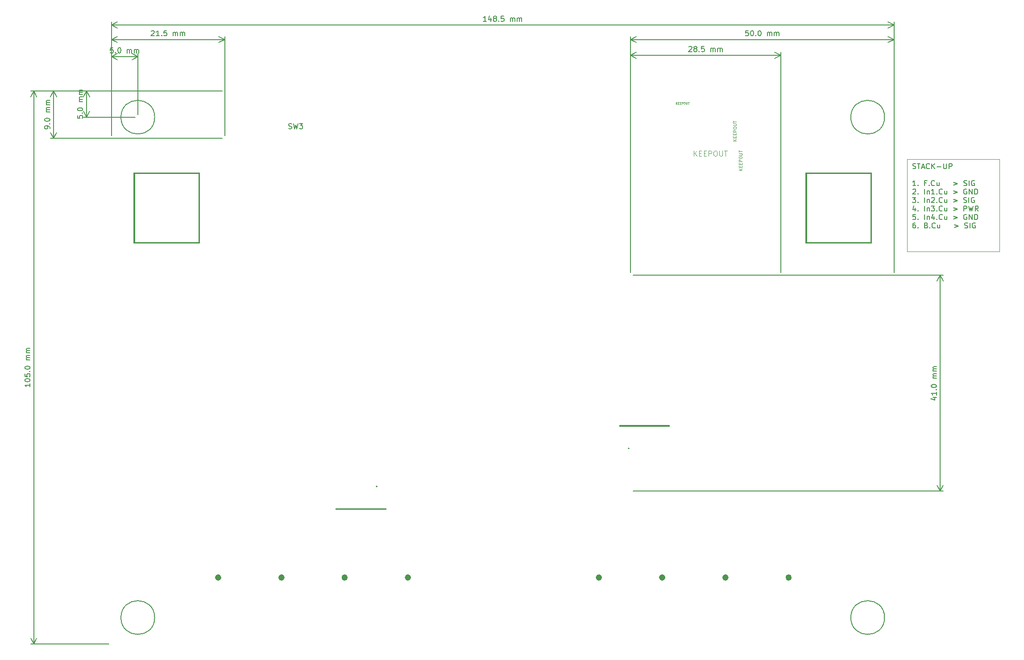
<source format=gbr>
%TF.GenerationSoftware,KiCad,Pcbnew,8.0.4*%
%TF.CreationDate,2024-08-29T22:34:13+02:00*%
%TF.ProjectId,KLST_PANDA,4b4c5354-5f50-4414-9e44-412e6b696361,rev?*%
%TF.SameCoordinates,Original*%
%TF.FileFunction,Other,Comment*%
%FSLAX46Y46*%
G04 Gerber Fmt 4.6, Leading zero omitted, Abs format (unit mm)*
G04 Created by KiCad (PCBNEW 8.0.4) date 2024-08-29 22:34:13*
%MOMM*%
%LPD*%
G01*
G04 APERTURE LIST*
%ADD10C,0.150000*%
%ADD11C,0.100000*%
%ADD12C,0.060000*%
%ADD13C,0.090000*%
%ADD14C,0.600000*%
%ADD15C,0.200000*%
%ADD16C,0.000000*%
G04 APERTURE END LIST*
D10*
X202039160Y-64742200D02*
X202182017Y-64789819D01*
X202182017Y-64789819D02*
X202420112Y-64789819D01*
X202420112Y-64789819D02*
X202515350Y-64742200D01*
X202515350Y-64742200D02*
X202562969Y-64694580D01*
X202562969Y-64694580D02*
X202610588Y-64599342D01*
X202610588Y-64599342D02*
X202610588Y-64504104D01*
X202610588Y-64504104D02*
X202562969Y-64408866D01*
X202562969Y-64408866D02*
X202515350Y-64361247D01*
X202515350Y-64361247D02*
X202420112Y-64313628D01*
X202420112Y-64313628D02*
X202229636Y-64266009D01*
X202229636Y-64266009D02*
X202134398Y-64218390D01*
X202134398Y-64218390D02*
X202086779Y-64170771D01*
X202086779Y-64170771D02*
X202039160Y-64075533D01*
X202039160Y-64075533D02*
X202039160Y-63980295D01*
X202039160Y-63980295D02*
X202086779Y-63885057D01*
X202086779Y-63885057D02*
X202134398Y-63837438D01*
X202134398Y-63837438D02*
X202229636Y-63789819D01*
X202229636Y-63789819D02*
X202467731Y-63789819D01*
X202467731Y-63789819D02*
X202610588Y-63837438D01*
X202896303Y-63789819D02*
X203467731Y-63789819D01*
X203182017Y-64789819D02*
X203182017Y-63789819D01*
X203753446Y-64504104D02*
X204229636Y-64504104D01*
X203658208Y-64789819D02*
X203991541Y-63789819D01*
X203991541Y-63789819D02*
X204324874Y-64789819D01*
X205229636Y-64694580D02*
X205182017Y-64742200D01*
X205182017Y-64742200D02*
X205039160Y-64789819D01*
X205039160Y-64789819D02*
X204943922Y-64789819D01*
X204943922Y-64789819D02*
X204801065Y-64742200D01*
X204801065Y-64742200D02*
X204705827Y-64646961D01*
X204705827Y-64646961D02*
X204658208Y-64551723D01*
X204658208Y-64551723D02*
X204610589Y-64361247D01*
X204610589Y-64361247D02*
X204610589Y-64218390D01*
X204610589Y-64218390D02*
X204658208Y-64027914D01*
X204658208Y-64027914D02*
X204705827Y-63932676D01*
X204705827Y-63932676D02*
X204801065Y-63837438D01*
X204801065Y-63837438D02*
X204943922Y-63789819D01*
X204943922Y-63789819D02*
X205039160Y-63789819D01*
X205039160Y-63789819D02*
X205182017Y-63837438D01*
X205182017Y-63837438D02*
X205229636Y-63885057D01*
X205658208Y-64789819D02*
X205658208Y-63789819D01*
X206229636Y-64789819D02*
X205801065Y-64218390D01*
X206229636Y-63789819D02*
X205658208Y-64361247D01*
X206658208Y-64408866D02*
X207420113Y-64408866D01*
X207896303Y-63789819D02*
X207896303Y-64599342D01*
X207896303Y-64599342D02*
X207943922Y-64694580D01*
X207943922Y-64694580D02*
X207991541Y-64742200D01*
X207991541Y-64742200D02*
X208086779Y-64789819D01*
X208086779Y-64789819D02*
X208277255Y-64789819D01*
X208277255Y-64789819D02*
X208372493Y-64742200D01*
X208372493Y-64742200D02*
X208420112Y-64694580D01*
X208420112Y-64694580D02*
X208467731Y-64599342D01*
X208467731Y-64599342D02*
X208467731Y-63789819D01*
X208943922Y-64789819D02*
X208943922Y-63789819D01*
X208943922Y-63789819D02*
X209324874Y-63789819D01*
X209324874Y-63789819D02*
X209420112Y-63837438D01*
X209420112Y-63837438D02*
X209467731Y-63885057D01*
X209467731Y-63885057D02*
X209515350Y-63980295D01*
X209515350Y-63980295D02*
X209515350Y-64123152D01*
X209515350Y-64123152D02*
X209467731Y-64218390D01*
X209467731Y-64218390D02*
X209420112Y-64266009D01*
X209420112Y-64266009D02*
X209324874Y-64313628D01*
X209324874Y-64313628D02*
X208943922Y-64313628D01*
X202610588Y-68009707D02*
X202039160Y-68009707D01*
X202324874Y-68009707D02*
X202324874Y-67009707D01*
X202324874Y-67009707D02*
X202229636Y-67152564D01*
X202229636Y-67152564D02*
X202134398Y-67247802D01*
X202134398Y-67247802D02*
X202039160Y-67295421D01*
X203039160Y-67914468D02*
X203086779Y-67962088D01*
X203086779Y-67962088D02*
X203039160Y-68009707D01*
X203039160Y-68009707D02*
X202991541Y-67962088D01*
X202991541Y-67962088D02*
X203039160Y-67914468D01*
X203039160Y-67914468D02*
X203039160Y-68009707D01*
X204610588Y-67485897D02*
X204277255Y-67485897D01*
X204277255Y-68009707D02*
X204277255Y-67009707D01*
X204277255Y-67009707D02*
X204753445Y-67009707D01*
X205134398Y-67914468D02*
X205182017Y-67962088D01*
X205182017Y-67962088D02*
X205134398Y-68009707D01*
X205134398Y-68009707D02*
X205086779Y-67962088D01*
X205086779Y-67962088D02*
X205134398Y-67914468D01*
X205134398Y-67914468D02*
X205134398Y-68009707D01*
X206182016Y-67914468D02*
X206134397Y-67962088D01*
X206134397Y-67962088D02*
X205991540Y-68009707D01*
X205991540Y-68009707D02*
X205896302Y-68009707D01*
X205896302Y-68009707D02*
X205753445Y-67962088D01*
X205753445Y-67962088D02*
X205658207Y-67866849D01*
X205658207Y-67866849D02*
X205610588Y-67771611D01*
X205610588Y-67771611D02*
X205562969Y-67581135D01*
X205562969Y-67581135D02*
X205562969Y-67438278D01*
X205562969Y-67438278D02*
X205610588Y-67247802D01*
X205610588Y-67247802D02*
X205658207Y-67152564D01*
X205658207Y-67152564D02*
X205753445Y-67057326D01*
X205753445Y-67057326D02*
X205896302Y-67009707D01*
X205896302Y-67009707D02*
X205991540Y-67009707D01*
X205991540Y-67009707D02*
X206134397Y-67057326D01*
X206134397Y-67057326D02*
X206182016Y-67104945D01*
X207039159Y-67343040D02*
X207039159Y-68009707D01*
X206610588Y-67343040D02*
X206610588Y-67866849D01*
X206610588Y-67866849D02*
X206658207Y-67962088D01*
X206658207Y-67962088D02*
X206753445Y-68009707D01*
X206753445Y-68009707D02*
X206896302Y-68009707D01*
X206896302Y-68009707D02*
X206991540Y-67962088D01*
X206991540Y-67962088D02*
X207039159Y-67914468D01*
X209801065Y-67343040D02*
X210562970Y-67628754D01*
X210562970Y-67628754D02*
X209801065Y-67914468D01*
X211753446Y-67962088D02*
X211896303Y-68009707D01*
X211896303Y-68009707D02*
X212134398Y-68009707D01*
X212134398Y-68009707D02*
X212229636Y-67962088D01*
X212229636Y-67962088D02*
X212277255Y-67914468D01*
X212277255Y-67914468D02*
X212324874Y-67819230D01*
X212324874Y-67819230D02*
X212324874Y-67723992D01*
X212324874Y-67723992D02*
X212277255Y-67628754D01*
X212277255Y-67628754D02*
X212229636Y-67581135D01*
X212229636Y-67581135D02*
X212134398Y-67533516D01*
X212134398Y-67533516D02*
X211943922Y-67485897D01*
X211943922Y-67485897D02*
X211848684Y-67438278D01*
X211848684Y-67438278D02*
X211801065Y-67390659D01*
X211801065Y-67390659D02*
X211753446Y-67295421D01*
X211753446Y-67295421D02*
X211753446Y-67200183D01*
X211753446Y-67200183D02*
X211801065Y-67104945D01*
X211801065Y-67104945D02*
X211848684Y-67057326D01*
X211848684Y-67057326D02*
X211943922Y-67009707D01*
X211943922Y-67009707D02*
X212182017Y-67009707D01*
X212182017Y-67009707D02*
X212324874Y-67057326D01*
X212753446Y-68009707D02*
X212753446Y-67009707D01*
X213753445Y-67057326D02*
X213658207Y-67009707D01*
X213658207Y-67009707D02*
X213515350Y-67009707D01*
X213515350Y-67009707D02*
X213372493Y-67057326D01*
X213372493Y-67057326D02*
X213277255Y-67152564D01*
X213277255Y-67152564D02*
X213229636Y-67247802D01*
X213229636Y-67247802D02*
X213182017Y-67438278D01*
X213182017Y-67438278D02*
X213182017Y-67581135D01*
X213182017Y-67581135D02*
X213229636Y-67771611D01*
X213229636Y-67771611D02*
X213277255Y-67866849D01*
X213277255Y-67866849D02*
X213372493Y-67962088D01*
X213372493Y-67962088D02*
X213515350Y-68009707D01*
X213515350Y-68009707D02*
X213610588Y-68009707D01*
X213610588Y-68009707D02*
X213753445Y-67962088D01*
X213753445Y-67962088D02*
X213801064Y-67914468D01*
X213801064Y-67914468D02*
X213801064Y-67581135D01*
X213801064Y-67581135D02*
X213610588Y-67581135D01*
X202039160Y-68714889D02*
X202086779Y-68667270D01*
X202086779Y-68667270D02*
X202182017Y-68619651D01*
X202182017Y-68619651D02*
X202420112Y-68619651D01*
X202420112Y-68619651D02*
X202515350Y-68667270D01*
X202515350Y-68667270D02*
X202562969Y-68714889D01*
X202562969Y-68714889D02*
X202610588Y-68810127D01*
X202610588Y-68810127D02*
X202610588Y-68905365D01*
X202610588Y-68905365D02*
X202562969Y-69048222D01*
X202562969Y-69048222D02*
X201991541Y-69619651D01*
X201991541Y-69619651D02*
X202610588Y-69619651D01*
X203039160Y-69524412D02*
X203086779Y-69572032D01*
X203086779Y-69572032D02*
X203039160Y-69619651D01*
X203039160Y-69619651D02*
X202991541Y-69572032D01*
X202991541Y-69572032D02*
X203039160Y-69524412D01*
X203039160Y-69524412D02*
X203039160Y-69619651D01*
X204277255Y-69619651D02*
X204277255Y-68619651D01*
X204753445Y-68952984D02*
X204753445Y-69619651D01*
X204753445Y-69048222D02*
X204801064Y-69000603D01*
X204801064Y-69000603D02*
X204896302Y-68952984D01*
X204896302Y-68952984D02*
X205039159Y-68952984D01*
X205039159Y-68952984D02*
X205134397Y-69000603D01*
X205134397Y-69000603D02*
X205182016Y-69095841D01*
X205182016Y-69095841D02*
X205182016Y-69619651D01*
X206182016Y-69619651D02*
X205610588Y-69619651D01*
X205896302Y-69619651D02*
X205896302Y-68619651D01*
X205896302Y-68619651D02*
X205801064Y-68762508D01*
X205801064Y-68762508D02*
X205705826Y-68857746D01*
X205705826Y-68857746D02*
X205610588Y-68905365D01*
X206610588Y-69524412D02*
X206658207Y-69572032D01*
X206658207Y-69572032D02*
X206610588Y-69619651D01*
X206610588Y-69619651D02*
X206562969Y-69572032D01*
X206562969Y-69572032D02*
X206610588Y-69524412D01*
X206610588Y-69524412D02*
X206610588Y-69619651D01*
X207658206Y-69524412D02*
X207610587Y-69572032D01*
X207610587Y-69572032D02*
X207467730Y-69619651D01*
X207467730Y-69619651D02*
X207372492Y-69619651D01*
X207372492Y-69619651D02*
X207229635Y-69572032D01*
X207229635Y-69572032D02*
X207134397Y-69476793D01*
X207134397Y-69476793D02*
X207086778Y-69381555D01*
X207086778Y-69381555D02*
X207039159Y-69191079D01*
X207039159Y-69191079D02*
X207039159Y-69048222D01*
X207039159Y-69048222D02*
X207086778Y-68857746D01*
X207086778Y-68857746D02*
X207134397Y-68762508D01*
X207134397Y-68762508D02*
X207229635Y-68667270D01*
X207229635Y-68667270D02*
X207372492Y-68619651D01*
X207372492Y-68619651D02*
X207467730Y-68619651D01*
X207467730Y-68619651D02*
X207610587Y-68667270D01*
X207610587Y-68667270D02*
X207658206Y-68714889D01*
X208515349Y-68952984D02*
X208515349Y-69619651D01*
X208086778Y-68952984D02*
X208086778Y-69476793D01*
X208086778Y-69476793D02*
X208134397Y-69572032D01*
X208134397Y-69572032D02*
X208229635Y-69619651D01*
X208229635Y-69619651D02*
X208372492Y-69619651D01*
X208372492Y-69619651D02*
X208467730Y-69572032D01*
X208467730Y-69572032D02*
X208515349Y-69524412D01*
X209753445Y-68952984D02*
X210515350Y-69238698D01*
X210515350Y-69238698D02*
X209753445Y-69524412D01*
X212277254Y-68667270D02*
X212182016Y-68619651D01*
X212182016Y-68619651D02*
X212039159Y-68619651D01*
X212039159Y-68619651D02*
X211896302Y-68667270D01*
X211896302Y-68667270D02*
X211801064Y-68762508D01*
X211801064Y-68762508D02*
X211753445Y-68857746D01*
X211753445Y-68857746D02*
X211705826Y-69048222D01*
X211705826Y-69048222D02*
X211705826Y-69191079D01*
X211705826Y-69191079D02*
X211753445Y-69381555D01*
X211753445Y-69381555D02*
X211801064Y-69476793D01*
X211801064Y-69476793D02*
X211896302Y-69572032D01*
X211896302Y-69572032D02*
X212039159Y-69619651D01*
X212039159Y-69619651D02*
X212134397Y-69619651D01*
X212134397Y-69619651D02*
X212277254Y-69572032D01*
X212277254Y-69572032D02*
X212324873Y-69524412D01*
X212324873Y-69524412D02*
X212324873Y-69191079D01*
X212324873Y-69191079D02*
X212134397Y-69191079D01*
X212753445Y-69619651D02*
X212753445Y-68619651D01*
X212753445Y-68619651D02*
X213324873Y-69619651D01*
X213324873Y-69619651D02*
X213324873Y-68619651D01*
X213801064Y-69619651D02*
X213801064Y-68619651D01*
X213801064Y-68619651D02*
X214039159Y-68619651D01*
X214039159Y-68619651D02*
X214182016Y-68667270D01*
X214182016Y-68667270D02*
X214277254Y-68762508D01*
X214277254Y-68762508D02*
X214324873Y-68857746D01*
X214324873Y-68857746D02*
X214372492Y-69048222D01*
X214372492Y-69048222D02*
X214372492Y-69191079D01*
X214372492Y-69191079D02*
X214324873Y-69381555D01*
X214324873Y-69381555D02*
X214277254Y-69476793D01*
X214277254Y-69476793D02*
X214182016Y-69572032D01*
X214182016Y-69572032D02*
X214039159Y-69619651D01*
X214039159Y-69619651D02*
X213801064Y-69619651D01*
X201991541Y-70229595D02*
X202610588Y-70229595D01*
X202610588Y-70229595D02*
X202277255Y-70610547D01*
X202277255Y-70610547D02*
X202420112Y-70610547D01*
X202420112Y-70610547D02*
X202515350Y-70658166D01*
X202515350Y-70658166D02*
X202562969Y-70705785D01*
X202562969Y-70705785D02*
X202610588Y-70801023D01*
X202610588Y-70801023D02*
X202610588Y-71039118D01*
X202610588Y-71039118D02*
X202562969Y-71134356D01*
X202562969Y-71134356D02*
X202515350Y-71181976D01*
X202515350Y-71181976D02*
X202420112Y-71229595D01*
X202420112Y-71229595D02*
X202134398Y-71229595D01*
X202134398Y-71229595D02*
X202039160Y-71181976D01*
X202039160Y-71181976D02*
X201991541Y-71134356D01*
X203039160Y-71134356D02*
X203086779Y-71181976D01*
X203086779Y-71181976D02*
X203039160Y-71229595D01*
X203039160Y-71229595D02*
X202991541Y-71181976D01*
X202991541Y-71181976D02*
X203039160Y-71134356D01*
X203039160Y-71134356D02*
X203039160Y-71229595D01*
X204277255Y-71229595D02*
X204277255Y-70229595D01*
X204753445Y-70562928D02*
X204753445Y-71229595D01*
X204753445Y-70658166D02*
X204801064Y-70610547D01*
X204801064Y-70610547D02*
X204896302Y-70562928D01*
X204896302Y-70562928D02*
X205039159Y-70562928D01*
X205039159Y-70562928D02*
X205134397Y-70610547D01*
X205134397Y-70610547D02*
X205182016Y-70705785D01*
X205182016Y-70705785D02*
X205182016Y-71229595D01*
X205610588Y-70324833D02*
X205658207Y-70277214D01*
X205658207Y-70277214D02*
X205753445Y-70229595D01*
X205753445Y-70229595D02*
X205991540Y-70229595D01*
X205991540Y-70229595D02*
X206086778Y-70277214D01*
X206086778Y-70277214D02*
X206134397Y-70324833D01*
X206134397Y-70324833D02*
X206182016Y-70420071D01*
X206182016Y-70420071D02*
X206182016Y-70515309D01*
X206182016Y-70515309D02*
X206134397Y-70658166D01*
X206134397Y-70658166D02*
X205562969Y-71229595D01*
X205562969Y-71229595D02*
X206182016Y-71229595D01*
X206610588Y-71134356D02*
X206658207Y-71181976D01*
X206658207Y-71181976D02*
X206610588Y-71229595D01*
X206610588Y-71229595D02*
X206562969Y-71181976D01*
X206562969Y-71181976D02*
X206610588Y-71134356D01*
X206610588Y-71134356D02*
X206610588Y-71229595D01*
X207658206Y-71134356D02*
X207610587Y-71181976D01*
X207610587Y-71181976D02*
X207467730Y-71229595D01*
X207467730Y-71229595D02*
X207372492Y-71229595D01*
X207372492Y-71229595D02*
X207229635Y-71181976D01*
X207229635Y-71181976D02*
X207134397Y-71086737D01*
X207134397Y-71086737D02*
X207086778Y-70991499D01*
X207086778Y-70991499D02*
X207039159Y-70801023D01*
X207039159Y-70801023D02*
X207039159Y-70658166D01*
X207039159Y-70658166D02*
X207086778Y-70467690D01*
X207086778Y-70467690D02*
X207134397Y-70372452D01*
X207134397Y-70372452D02*
X207229635Y-70277214D01*
X207229635Y-70277214D02*
X207372492Y-70229595D01*
X207372492Y-70229595D02*
X207467730Y-70229595D01*
X207467730Y-70229595D02*
X207610587Y-70277214D01*
X207610587Y-70277214D02*
X207658206Y-70324833D01*
X208515349Y-70562928D02*
X208515349Y-71229595D01*
X208086778Y-70562928D02*
X208086778Y-71086737D01*
X208086778Y-71086737D02*
X208134397Y-71181976D01*
X208134397Y-71181976D02*
X208229635Y-71229595D01*
X208229635Y-71229595D02*
X208372492Y-71229595D01*
X208372492Y-71229595D02*
X208467730Y-71181976D01*
X208467730Y-71181976D02*
X208515349Y-71134356D01*
X209753445Y-70562928D02*
X210515350Y-70848642D01*
X210515350Y-70848642D02*
X209753445Y-71134356D01*
X211705826Y-71181976D02*
X211848683Y-71229595D01*
X211848683Y-71229595D02*
X212086778Y-71229595D01*
X212086778Y-71229595D02*
X212182016Y-71181976D01*
X212182016Y-71181976D02*
X212229635Y-71134356D01*
X212229635Y-71134356D02*
X212277254Y-71039118D01*
X212277254Y-71039118D02*
X212277254Y-70943880D01*
X212277254Y-70943880D02*
X212229635Y-70848642D01*
X212229635Y-70848642D02*
X212182016Y-70801023D01*
X212182016Y-70801023D02*
X212086778Y-70753404D01*
X212086778Y-70753404D02*
X211896302Y-70705785D01*
X211896302Y-70705785D02*
X211801064Y-70658166D01*
X211801064Y-70658166D02*
X211753445Y-70610547D01*
X211753445Y-70610547D02*
X211705826Y-70515309D01*
X211705826Y-70515309D02*
X211705826Y-70420071D01*
X211705826Y-70420071D02*
X211753445Y-70324833D01*
X211753445Y-70324833D02*
X211801064Y-70277214D01*
X211801064Y-70277214D02*
X211896302Y-70229595D01*
X211896302Y-70229595D02*
X212134397Y-70229595D01*
X212134397Y-70229595D02*
X212277254Y-70277214D01*
X212705826Y-71229595D02*
X212705826Y-70229595D01*
X213705825Y-70277214D02*
X213610587Y-70229595D01*
X213610587Y-70229595D02*
X213467730Y-70229595D01*
X213467730Y-70229595D02*
X213324873Y-70277214D01*
X213324873Y-70277214D02*
X213229635Y-70372452D01*
X213229635Y-70372452D02*
X213182016Y-70467690D01*
X213182016Y-70467690D02*
X213134397Y-70658166D01*
X213134397Y-70658166D02*
X213134397Y-70801023D01*
X213134397Y-70801023D02*
X213182016Y-70991499D01*
X213182016Y-70991499D02*
X213229635Y-71086737D01*
X213229635Y-71086737D02*
X213324873Y-71181976D01*
X213324873Y-71181976D02*
X213467730Y-71229595D01*
X213467730Y-71229595D02*
X213562968Y-71229595D01*
X213562968Y-71229595D02*
X213705825Y-71181976D01*
X213705825Y-71181976D02*
X213753444Y-71134356D01*
X213753444Y-71134356D02*
X213753444Y-70801023D01*
X213753444Y-70801023D02*
X213562968Y-70801023D01*
X202515350Y-72172872D02*
X202515350Y-72839539D01*
X202277255Y-71791920D02*
X202039160Y-72506205D01*
X202039160Y-72506205D02*
X202658207Y-72506205D01*
X203039160Y-72744300D02*
X203086779Y-72791920D01*
X203086779Y-72791920D02*
X203039160Y-72839539D01*
X203039160Y-72839539D02*
X202991541Y-72791920D01*
X202991541Y-72791920D02*
X203039160Y-72744300D01*
X203039160Y-72744300D02*
X203039160Y-72839539D01*
X204277255Y-72839539D02*
X204277255Y-71839539D01*
X204753445Y-72172872D02*
X204753445Y-72839539D01*
X204753445Y-72268110D02*
X204801064Y-72220491D01*
X204801064Y-72220491D02*
X204896302Y-72172872D01*
X204896302Y-72172872D02*
X205039159Y-72172872D01*
X205039159Y-72172872D02*
X205134397Y-72220491D01*
X205134397Y-72220491D02*
X205182016Y-72315729D01*
X205182016Y-72315729D02*
X205182016Y-72839539D01*
X205562969Y-71839539D02*
X206182016Y-71839539D01*
X206182016Y-71839539D02*
X205848683Y-72220491D01*
X205848683Y-72220491D02*
X205991540Y-72220491D01*
X205991540Y-72220491D02*
X206086778Y-72268110D01*
X206086778Y-72268110D02*
X206134397Y-72315729D01*
X206134397Y-72315729D02*
X206182016Y-72410967D01*
X206182016Y-72410967D02*
X206182016Y-72649062D01*
X206182016Y-72649062D02*
X206134397Y-72744300D01*
X206134397Y-72744300D02*
X206086778Y-72791920D01*
X206086778Y-72791920D02*
X205991540Y-72839539D01*
X205991540Y-72839539D02*
X205705826Y-72839539D01*
X205705826Y-72839539D02*
X205610588Y-72791920D01*
X205610588Y-72791920D02*
X205562969Y-72744300D01*
X206610588Y-72744300D02*
X206658207Y-72791920D01*
X206658207Y-72791920D02*
X206610588Y-72839539D01*
X206610588Y-72839539D02*
X206562969Y-72791920D01*
X206562969Y-72791920D02*
X206610588Y-72744300D01*
X206610588Y-72744300D02*
X206610588Y-72839539D01*
X207658206Y-72744300D02*
X207610587Y-72791920D01*
X207610587Y-72791920D02*
X207467730Y-72839539D01*
X207467730Y-72839539D02*
X207372492Y-72839539D01*
X207372492Y-72839539D02*
X207229635Y-72791920D01*
X207229635Y-72791920D02*
X207134397Y-72696681D01*
X207134397Y-72696681D02*
X207086778Y-72601443D01*
X207086778Y-72601443D02*
X207039159Y-72410967D01*
X207039159Y-72410967D02*
X207039159Y-72268110D01*
X207039159Y-72268110D02*
X207086778Y-72077634D01*
X207086778Y-72077634D02*
X207134397Y-71982396D01*
X207134397Y-71982396D02*
X207229635Y-71887158D01*
X207229635Y-71887158D02*
X207372492Y-71839539D01*
X207372492Y-71839539D02*
X207467730Y-71839539D01*
X207467730Y-71839539D02*
X207610587Y-71887158D01*
X207610587Y-71887158D02*
X207658206Y-71934777D01*
X208515349Y-72172872D02*
X208515349Y-72839539D01*
X208086778Y-72172872D02*
X208086778Y-72696681D01*
X208086778Y-72696681D02*
X208134397Y-72791920D01*
X208134397Y-72791920D02*
X208229635Y-72839539D01*
X208229635Y-72839539D02*
X208372492Y-72839539D01*
X208372492Y-72839539D02*
X208467730Y-72791920D01*
X208467730Y-72791920D02*
X208515349Y-72744300D01*
X209753445Y-72172872D02*
X210515350Y-72458586D01*
X210515350Y-72458586D02*
X209753445Y-72744300D01*
X211753445Y-72839539D02*
X211753445Y-71839539D01*
X211753445Y-71839539D02*
X212134397Y-71839539D01*
X212134397Y-71839539D02*
X212229635Y-71887158D01*
X212229635Y-71887158D02*
X212277254Y-71934777D01*
X212277254Y-71934777D02*
X212324873Y-72030015D01*
X212324873Y-72030015D02*
X212324873Y-72172872D01*
X212324873Y-72172872D02*
X212277254Y-72268110D01*
X212277254Y-72268110D02*
X212229635Y-72315729D01*
X212229635Y-72315729D02*
X212134397Y-72363348D01*
X212134397Y-72363348D02*
X211753445Y-72363348D01*
X212658207Y-71839539D02*
X212896302Y-72839539D01*
X212896302Y-72839539D02*
X213086778Y-72125253D01*
X213086778Y-72125253D02*
X213277254Y-72839539D01*
X213277254Y-72839539D02*
X213515350Y-71839539D01*
X214467730Y-72839539D02*
X214134397Y-72363348D01*
X213896302Y-72839539D02*
X213896302Y-71839539D01*
X213896302Y-71839539D02*
X214277254Y-71839539D01*
X214277254Y-71839539D02*
X214372492Y-71887158D01*
X214372492Y-71887158D02*
X214420111Y-71934777D01*
X214420111Y-71934777D02*
X214467730Y-72030015D01*
X214467730Y-72030015D02*
X214467730Y-72172872D01*
X214467730Y-72172872D02*
X214420111Y-72268110D01*
X214420111Y-72268110D02*
X214372492Y-72315729D01*
X214372492Y-72315729D02*
X214277254Y-72363348D01*
X214277254Y-72363348D02*
X213896302Y-72363348D01*
X202562969Y-73449483D02*
X202086779Y-73449483D01*
X202086779Y-73449483D02*
X202039160Y-73925673D01*
X202039160Y-73925673D02*
X202086779Y-73878054D01*
X202086779Y-73878054D02*
X202182017Y-73830435D01*
X202182017Y-73830435D02*
X202420112Y-73830435D01*
X202420112Y-73830435D02*
X202515350Y-73878054D01*
X202515350Y-73878054D02*
X202562969Y-73925673D01*
X202562969Y-73925673D02*
X202610588Y-74020911D01*
X202610588Y-74020911D02*
X202610588Y-74259006D01*
X202610588Y-74259006D02*
X202562969Y-74354244D01*
X202562969Y-74354244D02*
X202515350Y-74401864D01*
X202515350Y-74401864D02*
X202420112Y-74449483D01*
X202420112Y-74449483D02*
X202182017Y-74449483D01*
X202182017Y-74449483D02*
X202086779Y-74401864D01*
X202086779Y-74401864D02*
X202039160Y-74354244D01*
X203039160Y-74354244D02*
X203086779Y-74401864D01*
X203086779Y-74401864D02*
X203039160Y-74449483D01*
X203039160Y-74449483D02*
X202991541Y-74401864D01*
X202991541Y-74401864D02*
X203039160Y-74354244D01*
X203039160Y-74354244D02*
X203039160Y-74449483D01*
X204277255Y-74449483D02*
X204277255Y-73449483D01*
X204753445Y-73782816D02*
X204753445Y-74449483D01*
X204753445Y-73878054D02*
X204801064Y-73830435D01*
X204801064Y-73830435D02*
X204896302Y-73782816D01*
X204896302Y-73782816D02*
X205039159Y-73782816D01*
X205039159Y-73782816D02*
X205134397Y-73830435D01*
X205134397Y-73830435D02*
X205182016Y-73925673D01*
X205182016Y-73925673D02*
X205182016Y-74449483D01*
X206086778Y-73782816D02*
X206086778Y-74449483D01*
X205848683Y-73401864D02*
X205610588Y-74116149D01*
X205610588Y-74116149D02*
X206229635Y-74116149D01*
X206610588Y-74354244D02*
X206658207Y-74401864D01*
X206658207Y-74401864D02*
X206610588Y-74449483D01*
X206610588Y-74449483D02*
X206562969Y-74401864D01*
X206562969Y-74401864D02*
X206610588Y-74354244D01*
X206610588Y-74354244D02*
X206610588Y-74449483D01*
X207658206Y-74354244D02*
X207610587Y-74401864D01*
X207610587Y-74401864D02*
X207467730Y-74449483D01*
X207467730Y-74449483D02*
X207372492Y-74449483D01*
X207372492Y-74449483D02*
X207229635Y-74401864D01*
X207229635Y-74401864D02*
X207134397Y-74306625D01*
X207134397Y-74306625D02*
X207086778Y-74211387D01*
X207086778Y-74211387D02*
X207039159Y-74020911D01*
X207039159Y-74020911D02*
X207039159Y-73878054D01*
X207039159Y-73878054D02*
X207086778Y-73687578D01*
X207086778Y-73687578D02*
X207134397Y-73592340D01*
X207134397Y-73592340D02*
X207229635Y-73497102D01*
X207229635Y-73497102D02*
X207372492Y-73449483D01*
X207372492Y-73449483D02*
X207467730Y-73449483D01*
X207467730Y-73449483D02*
X207610587Y-73497102D01*
X207610587Y-73497102D02*
X207658206Y-73544721D01*
X208515349Y-73782816D02*
X208515349Y-74449483D01*
X208086778Y-73782816D02*
X208086778Y-74306625D01*
X208086778Y-74306625D02*
X208134397Y-74401864D01*
X208134397Y-74401864D02*
X208229635Y-74449483D01*
X208229635Y-74449483D02*
X208372492Y-74449483D01*
X208372492Y-74449483D02*
X208467730Y-74401864D01*
X208467730Y-74401864D02*
X208515349Y-74354244D01*
X209753445Y-73782816D02*
X210515350Y-74068530D01*
X210515350Y-74068530D02*
X209753445Y-74354244D01*
X212277254Y-73497102D02*
X212182016Y-73449483D01*
X212182016Y-73449483D02*
X212039159Y-73449483D01*
X212039159Y-73449483D02*
X211896302Y-73497102D01*
X211896302Y-73497102D02*
X211801064Y-73592340D01*
X211801064Y-73592340D02*
X211753445Y-73687578D01*
X211753445Y-73687578D02*
X211705826Y-73878054D01*
X211705826Y-73878054D02*
X211705826Y-74020911D01*
X211705826Y-74020911D02*
X211753445Y-74211387D01*
X211753445Y-74211387D02*
X211801064Y-74306625D01*
X211801064Y-74306625D02*
X211896302Y-74401864D01*
X211896302Y-74401864D02*
X212039159Y-74449483D01*
X212039159Y-74449483D02*
X212134397Y-74449483D01*
X212134397Y-74449483D02*
X212277254Y-74401864D01*
X212277254Y-74401864D02*
X212324873Y-74354244D01*
X212324873Y-74354244D02*
X212324873Y-74020911D01*
X212324873Y-74020911D02*
X212134397Y-74020911D01*
X212753445Y-74449483D02*
X212753445Y-73449483D01*
X212753445Y-73449483D02*
X213324873Y-74449483D01*
X213324873Y-74449483D02*
X213324873Y-73449483D01*
X213801064Y-74449483D02*
X213801064Y-73449483D01*
X213801064Y-73449483D02*
X214039159Y-73449483D01*
X214039159Y-73449483D02*
X214182016Y-73497102D01*
X214182016Y-73497102D02*
X214277254Y-73592340D01*
X214277254Y-73592340D02*
X214324873Y-73687578D01*
X214324873Y-73687578D02*
X214372492Y-73878054D01*
X214372492Y-73878054D02*
X214372492Y-74020911D01*
X214372492Y-74020911D02*
X214324873Y-74211387D01*
X214324873Y-74211387D02*
X214277254Y-74306625D01*
X214277254Y-74306625D02*
X214182016Y-74401864D01*
X214182016Y-74401864D02*
X214039159Y-74449483D01*
X214039159Y-74449483D02*
X213801064Y-74449483D01*
X202515350Y-75059427D02*
X202324874Y-75059427D01*
X202324874Y-75059427D02*
X202229636Y-75107046D01*
X202229636Y-75107046D02*
X202182017Y-75154665D01*
X202182017Y-75154665D02*
X202086779Y-75297522D01*
X202086779Y-75297522D02*
X202039160Y-75487998D01*
X202039160Y-75487998D02*
X202039160Y-75868950D01*
X202039160Y-75868950D02*
X202086779Y-75964188D01*
X202086779Y-75964188D02*
X202134398Y-76011808D01*
X202134398Y-76011808D02*
X202229636Y-76059427D01*
X202229636Y-76059427D02*
X202420112Y-76059427D01*
X202420112Y-76059427D02*
X202515350Y-76011808D01*
X202515350Y-76011808D02*
X202562969Y-75964188D01*
X202562969Y-75964188D02*
X202610588Y-75868950D01*
X202610588Y-75868950D02*
X202610588Y-75630855D01*
X202610588Y-75630855D02*
X202562969Y-75535617D01*
X202562969Y-75535617D02*
X202515350Y-75487998D01*
X202515350Y-75487998D02*
X202420112Y-75440379D01*
X202420112Y-75440379D02*
X202229636Y-75440379D01*
X202229636Y-75440379D02*
X202134398Y-75487998D01*
X202134398Y-75487998D02*
X202086779Y-75535617D01*
X202086779Y-75535617D02*
X202039160Y-75630855D01*
X203039160Y-75964188D02*
X203086779Y-76011808D01*
X203086779Y-76011808D02*
X203039160Y-76059427D01*
X203039160Y-76059427D02*
X202991541Y-76011808D01*
X202991541Y-76011808D02*
X203039160Y-75964188D01*
X203039160Y-75964188D02*
X203039160Y-76059427D01*
X204610588Y-75535617D02*
X204753445Y-75583236D01*
X204753445Y-75583236D02*
X204801064Y-75630855D01*
X204801064Y-75630855D02*
X204848683Y-75726093D01*
X204848683Y-75726093D02*
X204848683Y-75868950D01*
X204848683Y-75868950D02*
X204801064Y-75964188D01*
X204801064Y-75964188D02*
X204753445Y-76011808D01*
X204753445Y-76011808D02*
X204658207Y-76059427D01*
X204658207Y-76059427D02*
X204277255Y-76059427D01*
X204277255Y-76059427D02*
X204277255Y-75059427D01*
X204277255Y-75059427D02*
X204610588Y-75059427D01*
X204610588Y-75059427D02*
X204705826Y-75107046D01*
X204705826Y-75107046D02*
X204753445Y-75154665D01*
X204753445Y-75154665D02*
X204801064Y-75249903D01*
X204801064Y-75249903D02*
X204801064Y-75345141D01*
X204801064Y-75345141D02*
X204753445Y-75440379D01*
X204753445Y-75440379D02*
X204705826Y-75487998D01*
X204705826Y-75487998D02*
X204610588Y-75535617D01*
X204610588Y-75535617D02*
X204277255Y-75535617D01*
X205277255Y-75964188D02*
X205324874Y-76011808D01*
X205324874Y-76011808D02*
X205277255Y-76059427D01*
X205277255Y-76059427D02*
X205229636Y-76011808D01*
X205229636Y-76011808D02*
X205277255Y-75964188D01*
X205277255Y-75964188D02*
X205277255Y-76059427D01*
X206324873Y-75964188D02*
X206277254Y-76011808D01*
X206277254Y-76011808D02*
X206134397Y-76059427D01*
X206134397Y-76059427D02*
X206039159Y-76059427D01*
X206039159Y-76059427D02*
X205896302Y-76011808D01*
X205896302Y-76011808D02*
X205801064Y-75916569D01*
X205801064Y-75916569D02*
X205753445Y-75821331D01*
X205753445Y-75821331D02*
X205705826Y-75630855D01*
X205705826Y-75630855D02*
X205705826Y-75487998D01*
X205705826Y-75487998D02*
X205753445Y-75297522D01*
X205753445Y-75297522D02*
X205801064Y-75202284D01*
X205801064Y-75202284D02*
X205896302Y-75107046D01*
X205896302Y-75107046D02*
X206039159Y-75059427D01*
X206039159Y-75059427D02*
X206134397Y-75059427D01*
X206134397Y-75059427D02*
X206277254Y-75107046D01*
X206277254Y-75107046D02*
X206324873Y-75154665D01*
X207182016Y-75392760D02*
X207182016Y-76059427D01*
X206753445Y-75392760D02*
X206753445Y-75916569D01*
X206753445Y-75916569D02*
X206801064Y-76011808D01*
X206801064Y-76011808D02*
X206896302Y-76059427D01*
X206896302Y-76059427D02*
X207039159Y-76059427D01*
X207039159Y-76059427D02*
X207134397Y-76011808D01*
X207134397Y-76011808D02*
X207182016Y-75964188D01*
X209943922Y-75392760D02*
X210705827Y-75678474D01*
X210705827Y-75678474D02*
X209943922Y-75964188D01*
X211896303Y-76011808D02*
X212039160Y-76059427D01*
X212039160Y-76059427D02*
X212277255Y-76059427D01*
X212277255Y-76059427D02*
X212372493Y-76011808D01*
X212372493Y-76011808D02*
X212420112Y-75964188D01*
X212420112Y-75964188D02*
X212467731Y-75868950D01*
X212467731Y-75868950D02*
X212467731Y-75773712D01*
X212467731Y-75773712D02*
X212420112Y-75678474D01*
X212420112Y-75678474D02*
X212372493Y-75630855D01*
X212372493Y-75630855D02*
X212277255Y-75583236D01*
X212277255Y-75583236D02*
X212086779Y-75535617D01*
X212086779Y-75535617D02*
X211991541Y-75487998D01*
X211991541Y-75487998D02*
X211943922Y-75440379D01*
X211943922Y-75440379D02*
X211896303Y-75345141D01*
X211896303Y-75345141D02*
X211896303Y-75249903D01*
X211896303Y-75249903D02*
X211943922Y-75154665D01*
X211943922Y-75154665D02*
X211991541Y-75107046D01*
X211991541Y-75107046D02*
X212086779Y-75059427D01*
X212086779Y-75059427D02*
X212324874Y-75059427D01*
X212324874Y-75059427D02*
X212467731Y-75107046D01*
X212896303Y-76059427D02*
X212896303Y-75059427D01*
X213896302Y-75107046D02*
X213801064Y-75059427D01*
X213801064Y-75059427D02*
X213658207Y-75059427D01*
X213658207Y-75059427D02*
X213515350Y-75107046D01*
X213515350Y-75107046D02*
X213420112Y-75202284D01*
X213420112Y-75202284D02*
X213372493Y-75297522D01*
X213372493Y-75297522D02*
X213324874Y-75487998D01*
X213324874Y-75487998D02*
X213324874Y-75630855D01*
X213324874Y-75630855D02*
X213372493Y-75821331D01*
X213372493Y-75821331D02*
X213420112Y-75916569D01*
X213420112Y-75916569D02*
X213515350Y-76011808D01*
X213515350Y-76011808D02*
X213658207Y-76059427D01*
X213658207Y-76059427D02*
X213753445Y-76059427D01*
X213753445Y-76059427D02*
X213896302Y-76011808D01*
X213896302Y-76011808D02*
X213943921Y-75964188D01*
X213943921Y-75964188D02*
X213943921Y-75630855D01*
X213943921Y-75630855D02*
X213753445Y-75630855D01*
D11*
X201000000Y-63000000D02*
X218500000Y-63000000D01*
X218500000Y-80500000D01*
X201000000Y-80500000D01*
X201000000Y-63000000D01*
D10*
X170833333Y-38554819D02*
X170357143Y-38554819D01*
X170357143Y-38554819D02*
X170309524Y-39031009D01*
X170309524Y-39031009D02*
X170357143Y-38983390D01*
X170357143Y-38983390D02*
X170452381Y-38935771D01*
X170452381Y-38935771D02*
X170690476Y-38935771D01*
X170690476Y-38935771D02*
X170785714Y-38983390D01*
X170785714Y-38983390D02*
X170833333Y-39031009D01*
X170833333Y-39031009D02*
X170880952Y-39126247D01*
X170880952Y-39126247D02*
X170880952Y-39364342D01*
X170880952Y-39364342D02*
X170833333Y-39459580D01*
X170833333Y-39459580D02*
X170785714Y-39507200D01*
X170785714Y-39507200D02*
X170690476Y-39554819D01*
X170690476Y-39554819D02*
X170452381Y-39554819D01*
X170452381Y-39554819D02*
X170357143Y-39507200D01*
X170357143Y-39507200D02*
X170309524Y-39459580D01*
X171500000Y-38554819D02*
X171595238Y-38554819D01*
X171595238Y-38554819D02*
X171690476Y-38602438D01*
X171690476Y-38602438D02*
X171738095Y-38650057D01*
X171738095Y-38650057D02*
X171785714Y-38745295D01*
X171785714Y-38745295D02*
X171833333Y-38935771D01*
X171833333Y-38935771D02*
X171833333Y-39173866D01*
X171833333Y-39173866D02*
X171785714Y-39364342D01*
X171785714Y-39364342D02*
X171738095Y-39459580D01*
X171738095Y-39459580D02*
X171690476Y-39507200D01*
X171690476Y-39507200D02*
X171595238Y-39554819D01*
X171595238Y-39554819D02*
X171500000Y-39554819D01*
X171500000Y-39554819D02*
X171404762Y-39507200D01*
X171404762Y-39507200D02*
X171357143Y-39459580D01*
X171357143Y-39459580D02*
X171309524Y-39364342D01*
X171309524Y-39364342D02*
X171261905Y-39173866D01*
X171261905Y-39173866D02*
X171261905Y-38935771D01*
X171261905Y-38935771D02*
X171309524Y-38745295D01*
X171309524Y-38745295D02*
X171357143Y-38650057D01*
X171357143Y-38650057D02*
X171404762Y-38602438D01*
X171404762Y-38602438D02*
X171500000Y-38554819D01*
X172261905Y-39459580D02*
X172309524Y-39507200D01*
X172309524Y-39507200D02*
X172261905Y-39554819D01*
X172261905Y-39554819D02*
X172214286Y-39507200D01*
X172214286Y-39507200D02*
X172261905Y-39459580D01*
X172261905Y-39459580D02*
X172261905Y-39554819D01*
X172928571Y-38554819D02*
X173023809Y-38554819D01*
X173023809Y-38554819D02*
X173119047Y-38602438D01*
X173119047Y-38602438D02*
X173166666Y-38650057D01*
X173166666Y-38650057D02*
X173214285Y-38745295D01*
X173214285Y-38745295D02*
X173261904Y-38935771D01*
X173261904Y-38935771D02*
X173261904Y-39173866D01*
X173261904Y-39173866D02*
X173214285Y-39364342D01*
X173214285Y-39364342D02*
X173166666Y-39459580D01*
X173166666Y-39459580D02*
X173119047Y-39507200D01*
X173119047Y-39507200D02*
X173023809Y-39554819D01*
X173023809Y-39554819D02*
X172928571Y-39554819D01*
X172928571Y-39554819D02*
X172833333Y-39507200D01*
X172833333Y-39507200D02*
X172785714Y-39459580D01*
X172785714Y-39459580D02*
X172738095Y-39364342D01*
X172738095Y-39364342D02*
X172690476Y-39173866D01*
X172690476Y-39173866D02*
X172690476Y-38935771D01*
X172690476Y-38935771D02*
X172738095Y-38745295D01*
X172738095Y-38745295D02*
X172785714Y-38650057D01*
X172785714Y-38650057D02*
X172833333Y-38602438D01*
X172833333Y-38602438D02*
X172928571Y-38554819D01*
X174452381Y-39554819D02*
X174452381Y-38888152D01*
X174452381Y-38983390D02*
X174500000Y-38935771D01*
X174500000Y-38935771D02*
X174595238Y-38888152D01*
X174595238Y-38888152D02*
X174738095Y-38888152D01*
X174738095Y-38888152D02*
X174833333Y-38935771D01*
X174833333Y-38935771D02*
X174880952Y-39031009D01*
X174880952Y-39031009D02*
X174880952Y-39554819D01*
X174880952Y-39031009D02*
X174928571Y-38935771D01*
X174928571Y-38935771D02*
X175023809Y-38888152D01*
X175023809Y-38888152D02*
X175166666Y-38888152D01*
X175166666Y-38888152D02*
X175261905Y-38935771D01*
X175261905Y-38935771D02*
X175309524Y-39031009D01*
X175309524Y-39031009D02*
X175309524Y-39554819D01*
X175785714Y-39554819D02*
X175785714Y-38888152D01*
X175785714Y-38983390D02*
X175833333Y-38935771D01*
X175833333Y-38935771D02*
X175928571Y-38888152D01*
X175928571Y-38888152D02*
X176071428Y-38888152D01*
X176071428Y-38888152D02*
X176166666Y-38935771D01*
X176166666Y-38935771D02*
X176214285Y-39031009D01*
X176214285Y-39031009D02*
X176214285Y-39554819D01*
X176214285Y-39031009D02*
X176261904Y-38935771D01*
X176261904Y-38935771D02*
X176357142Y-38888152D01*
X176357142Y-38888152D02*
X176499999Y-38888152D01*
X176499999Y-38888152D02*
X176595238Y-38935771D01*
X176595238Y-38935771D02*
X176642857Y-39031009D01*
X176642857Y-39031009D02*
X176642857Y-39554819D01*
X148500000Y-84500000D02*
X148500000Y-39663580D01*
X198500000Y-84500000D02*
X198500000Y-39663580D01*
X148500000Y-40250000D02*
X198500000Y-40250000D01*
X148500000Y-40250000D02*
X198500000Y-40250000D01*
X148500000Y-40250000D02*
X149626504Y-39663579D01*
X148500000Y-40250000D02*
X149626504Y-40836421D01*
X198500000Y-40250000D02*
X197373496Y-40836421D01*
X198500000Y-40250000D02*
X197373496Y-39663579D01*
X205888152Y-108214285D02*
X206554819Y-108214285D01*
X205507200Y-108452380D02*
X206221485Y-108690475D01*
X206221485Y-108690475D02*
X206221485Y-108071428D01*
X206554819Y-107166666D02*
X206554819Y-107738094D01*
X206554819Y-107452380D02*
X205554819Y-107452380D01*
X205554819Y-107452380D02*
X205697676Y-107547618D01*
X205697676Y-107547618D02*
X205792914Y-107642856D01*
X205792914Y-107642856D02*
X205840533Y-107738094D01*
X206459580Y-106738094D02*
X206507200Y-106690475D01*
X206507200Y-106690475D02*
X206554819Y-106738094D01*
X206554819Y-106738094D02*
X206507200Y-106785713D01*
X206507200Y-106785713D02*
X206459580Y-106738094D01*
X206459580Y-106738094D02*
X206554819Y-106738094D01*
X205554819Y-106071428D02*
X205554819Y-105976190D01*
X205554819Y-105976190D02*
X205602438Y-105880952D01*
X205602438Y-105880952D02*
X205650057Y-105833333D01*
X205650057Y-105833333D02*
X205745295Y-105785714D01*
X205745295Y-105785714D02*
X205935771Y-105738095D01*
X205935771Y-105738095D02*
X206173866Y-105738095D01*
X206173866Y-105738095D02*
X206364342Y-105785714D01*
X206364342Y-105785714D02*
X206459580Y-105833333D01*
X206459580Y-105833333D02*
X206507200Y-105880952D01*
X206507200Y-105880952D02*
X206554819Y-105976190D01*
X206554819Y-105976190D02*
X206554819Y-106071428D01*
X206554819Y-106071428D02*
X206507200Y-106166666D01*
X206507200Y-106166666D02*
X206459580Y-106214285D01*
X206459580Y-106214285D02*
X206364342Y-106261904D01*
X206364342Y-106261904D02*
X206173866Y-106309523D01*
X206173866Y-106309523D02*
X205935771Y-106309523D01*
X205935771Y-106309523D02*
X205745295Y-106261904D01*
X205745295Y-106261904D02*
X205650057Y-106214285D01*
X205650057Y-106214285D02*
X205602438Y-106166666D01*
X205602438Y-106166666D02*
X205554819Y-106071428D01*
X206554819Y-104547618D02*
X205888152Y-104547618D01*
X205983390Y-104547618D02*
X205935771Y-104499999D01*
X205935771Y-104499999D02*
X205888152Y-104404761D01*
X205888152Y-104404761D02*
X205888152Y-104261904D01*
X205888152Y-104261904D02*
X205935771Y-104166666D01*
X205935771Y-104166666D02*
X206031009Y-104119047D01*
X206031009Y-104119047D02*
X206554819Y-104119047D01*
X206031009Y-104119047D02*
X205935771Y-104071428D01*
X205935771Y-104071428D02*
X205888152Y-103976190D01*
X205888152Y-103976190D02*
X205888152Y-103833333D01*
X205888152Y-103833333D02*
X205935771Y-103738094D01*
X205935771Y-103738094D02*
X206031009Y-103690475D01*
X206031009Y-103690475D02*
X206554819Y-103690475D01*
X206554819Y-103214285D02*
X205888152Y-103214285D01*
X205983390Y-103214285D02*
X205935771Y-103166666D01*
X205935771Y-103166666D02*
X205888152Y-103071428D01*
X205888152Y-103071428D02*
X205888152Y-102928571D01*
X205888152Y-102928571D02*
X205935771Y-102833333D01*
X205935771Y-102833333D02*
X206031009Y-102785714D01*
X206031009Y-102785714D02*
X206554819Y-102785714D01*
X206031009Y-102785714D02*
X205935771Y-102738095D01*
X205935771Y-102738095D02*
X205888152Y-102642857D01*
X205888152Y-102642857D02*
X205888152Y-102500000D01*
X205888152Y-102500000D02*
X205935771Y-102404761D01*
X205935771Y-102404761D02*
X206031009Y-102357142D01*
X206031009Y-102357142D02*
X206554819Y-102357142D01*
X149000000Y-85000000D02*
X207836420Y-85000000D01*
X149000000Y-126000000D02*
X207836420Y-126000000D01*
X207250000Y-85000000D02*
X207250000Y-126000000D01*
X207250000Y-85000000D02*
X207250000Y-126000000D01*
X207250000Y-85000000D02*
X207836421Y-86126504D01*
X207250000Y-85000000D02*
X206663579Y-86126504D01*
X207250000Y-126000000D02*
X206663579Y-124873496D01*
X207250000Y-126000000D02*
X207836421Y-124873496D01*
X50309524Y-41804819D02*
X49833334Y-41804819D01*
X49833334Y-41804819D02*
X49785715Y-42281009D01*
X49785715Y-42281009D02*
X49833334Y-42233390D01*
X49833334Y-42233390D02*
X49928572Y-42185771D01*
X49928572Y-42185771D02*
X50166667Y-42185771D01*
X50166667Y-42185771D02*
X50261905Y-42233390D01*
X50261905Y-42233390D02*
X50309524Y-42281009D01*
X50309524Y-42281009D02*
X50357143Y-42376247D01*
X50357143Y-42376247D02*
X50357143Y-42614342D01*
X50357143Y-42614342D02*
X50309524Y-42709580D01*
X50309524Y-42709580D02*
X50261905Y-42757200D01*
X50261905Y-42757200D02*
X50166667Y-42804819D01*
X50166667Y-42804819D02*
X49928572Y-42804819D01*
X49928572Y-42804819D02*
X49833334Y-42757200D01*
X49833334Y-42757200D02*
X49785715Y-42709580D01*
X50785715Y-42709580D02*
X50833334Y-42757200D01*
X50833334Y-42757200D02*
X50785715Y-42804819D01*
X50785715Y-42804819D02*
X50738096Y-42757200D01*
X50738096Y-42757200D02*
X50785715Y-42709580D01*
X50785715Y-42709580D02*
X50785715Y-42804819D01*
X51452381Y-41804819D02*
X51547619Y-41804819D01*
X51547619Y-41804819D02*
X51642857Y-41852438D01*
X51642857Y-41852438D02*
X51690476Y-41900057D01*
X51690476Y-41900057D02*
X51738095Y-41995295D01*
X51738095Y-41995295D02*
X51785714Y-42185771D01*
X51785714Y-42185771D02*
X51785714Y-42423866D01*
X51785714Y-42423866D02*
X51738095Y-42614342D01*
X51738095Y-42614342D02*
X51690476Y-42709580D01*
X51690476Y-42709580D02*
X51642857Y-42757200D01*
X51642857Y-42757200D02*
X51547619Y-42804819D01*
X51547619Y-42804819D02*
X51452381Y-42804819D01*
X51452381Y-42804819D02*
X51357143Y-42757200D01*
X51357143Y-42757200D02*
X51309524Y-42709580D01*
X51309524Y-42709580D02*
X51261905Y-42614342D01*
X51261905Y-42614342D02*
X51214286Y-42423866D01*
X51214286Y-42423866D02*
X51214286Y-42185771D01*
X51214286Y-42185771D02*
X51261905Y-41995295D01*
X51261905Y-41995295D02*
X51309524Y-41900057D01*
X51309524Y-41900057D02*
X51357143Y-41852438D01*
X51357143Y-41852438D02*
X51452381Y-41804819D01*
X52976191Y-42804819D02*
X52976191Y-42138152D01*
X52976191Y-42233390D02*
X53023810Y-42185771D01*
X53023810Y-42185771D02*
X53119048Y-42138152D01*
X53119048Y-42138152D02*
X53261905Y-42138152D01*
X53261905Y-42138152D02*
X53357143Y-42185771D01*
X53357143Y-42185771D02*
X53404762Y-42281009D01*
X53404762Y-42281009D02*
X53404762Y-42804819D01*
X53404762Y-42281009D02*
X53452381Y-42185771D01*
X53452381Y-42185771D02*
X53547619Y-42138152D01*
X53547619Y-42138152D02*
X53690476Y-42138152D01*
X53690476Y-42138152D02*
X53785715Y-42185771D01*
X53785715Y-42185771D02*
X53833334Y-42281009D01*
X53833334Y-42281009D02*
X53833334Y-42804819D01*
X54309524Y-42804819D02*
X54309524Y-42138152D01*
X54309524Y-42233390D02*
X54357143Y-42185771D01*
X54357143Y-42185771D02*
X54452381Y-42138152D01*
X54452381Y-42138152D02*
X54595238Y-42138152D01*
X54595238Y-42138152D02*
X54690476Y-42185771D01*
X54690476Y-42185771D02*
X54738095Y-42281009D01*
X54738095Y-42281009D02*
X54738095Y-42804819D01*
X54738095Y-42281009D02*
X54785714Y-42185771D01*
X54785714Y-42185771D02*
X54880952Y-42138152D01*
X54880952Y-42138152D02*
X55023809Y-42138152D01*
X55023809Y-42138152D02*
X55119048Y-42185771D01*
X55119048Y-42185771D02*
X55166667Y-42281009D01*
X55166667Y-42281009D02*
X55166667Y-42804819D01*
X55000000Y-54500000D02*
X55000000Y-42913580D01*
X50000000Y-54500000D02*
X50000000Y-42913580D01*
X55000000Y-43500000D02*
X50000000Y-43500000D01*
X55000000Y-43500000D02*
X50000000Y-43500000D01*
X55000000Y-43500000D02*
X53873496Y-44086421D01*
X55000000Y-43500000D02*
X53873496Y-42913579D01*
X50000000Y-43500000D02*
X51126504Y-42913579D01*
X50000000Y-43500000D02*
X51126504Y-44086421D01*
X34554819Y-105595237D02*
X34554819Y-106166665D01*
X34554819Y-105880951D02*
X33554819Y-105880951D01*
X33554819Y-105880951D02*
X33697676Y-105976189D01*
X33697676Y-105976189D02*
X33792914Y-106071427D01*
X33792914Y-106071427D02*
X33840533Y-106166665D01*
X33554819Y-104976189D02*
X33554819Y-104880951D01*
X33554819Y-104880951D02*
X33602438Y-104785713D01*
X33602438Y-104785713D02*
X33650057Y-104738094D01*
X33650057Y-104738094D02*
X33745295Y-104690475D01*
X33745295Y-104690475D02*
X33935771Y-104642856D01*
X33935771Y-104642856D02*
X34173866Y-104642856D01*
X34173866Y-104642856D02*
X34364342Y-104690475D01*
X34364342Y-104690475D02*
X34459580Y-104738094D01*
X34459580Y-104738094D02*
X34507200Y-104785713D01*
X34507200Y-104785713D02*
X34554819Y-104880951D01*
X34554819Y-104880951D02*
X34554819Y-104976189D01*
X34554819Y-104976189D02*
X34507200Y-105071427D01*
X34507200Y-105071427D02*
X34459580Y-105119046D01*
X34459580Y-105119046D02*
X34364342Y-105166665D01*
X34364342Y-105166665D02*
X34173866Y-105214284D01*
X34173866Y-105214284D02*
X33935771Y-105214284D01*
X33935771Y-105214284D02*
X33745295Y-105166665D01*
X33745295Y-105166665D02*
X33650057Y-105119046D01*
X33650057Y-105119046D02*
X33602438Y-105071427D01*
X33602438Y-105071427D02*
X33554819Y-104976189D01*
X33554819Y-103738094D02*
X33554819Y-104214284D01*
X33554819Y-104214284D02*
X34031009Y-104261903D01*
X34031009Y-104261903D02*
X33983390Y-104214284D01*
X33983390Y-104214284D02*
X33935771Y-104119046D01*
X33935771Y-104119046D02*
X33935771Y-103880951D01*
X33935771Y-103880951D02*
X33983390Y-103785713D01*
X33983390Y-103785713D02*
X34031009Y-103738094D01*
X34031009Y-103738094D02*
X34126247Y-103690475D01*
X34126247Y-103690475D02*
X34364342Y-103690475D01*
X34364342Y-103690475D02*
X34459580Y-103738094D01*
X34459580Y-103738094D02*
X34507200Y-103785713D01*
X34507200Y-103785713D02*
X34554819Y-103880951D01*
X34554819Y-103880951D02*
X34554819Y-104119046D01*
X34554819Y-104119046D02*
X34507200Y-104214284D01*
X34507200Y-104214284D02*
X34459580Y-104261903D01*
X34459580Y-103261903D02*
X34507200Y-103214284D01*
X34507200Y-103214284D02*
X34554819Y-103261903D01*
X34554819Y-103261903D02*
X34507200Y-103309522D01*
X34507200Y-103309522D02*
X34459580Y-103261903D01*
X34459580Y-103261903D02*
X34554819Y-103261903D01*
X33554819Y-102595237D02*
X33554819Y-102499999D01*
X33554819Y-102499999D02*
X33602438Y-102404761D01*
X33602438Y-102404761D02*
X33650057Y-102357142D01*
X33650057Y-102357142D02*
X33745295Y-102309523D01*
X33745295Y-102309523D02*
X33935771Y-102261904D01*
X33935771Y-102261904D02*
X34173866Y-102261904D01*
X34173866Y-102261904D02*
X34364342Y-102309523D01*
X34364342Y-102309523D02*
X34459580Y-102357142D01*
X34459580Y-102357142D02*
X34507200Y-102404761D01*
X34507200Y-102404761D02*
X34554819Y-102499999D01*
X34554819Y-102499999D02*
X34554819Y-102595237D01*
X34554819Y-102595237D02*
X34507200Y-102690475D01*
X34507200Y-102690475D02*
X34459580Y-102738094D01*
X34459580Y-102738094D02*
X34364342Y-102785713D01*
X34364342Y-102785713D02*
X34173866Y-102833332D01*
X34173866Y-102833332D02*
X33935771Y-102833332D01*
X33935771Y-102833332D02*
X33745295Y-102785713D01*
X33745295Y-102785713D02*
X33650057Y-102738094D01*
X33650057Y-102738094D02*
X33602438Y-102690475D01*
X33602438Y-102690475D02*
X33554819Y-102595237D01*
X34554819Y-101071427D02*
X33888152Y-101071427D01*
X33983390Y-101071427D02*
X33935771Y-101023808D01*
X33935771Y-101023808D02*
X33888152Y-100928570D01*
X33888152Y-100928570D02*
X33888152Y-100785713D01*
X33888152Y-100785713D02*
X33935771Y-100690475D01*
X33935771Y-100690475D02*
X34031009Y-100642856D01*
X34031009Y-100642856D02*
X34554819Y-100642856D01*
X34031009Y-100642856D02*
X33935771Y-100595237D01*
X33935771Y-100595237D02*
X33888152Y-100499999D01*
X33888152Y-100499999D02*
X33888152Y-100357142D01*
X33888152Y-100357142D02*
X33935771Y-100261903D01*
X33935771Y-100261903D02*
X34031009Y-100214284D01*
X34031009Y-100214284D02*
X34554819Y-100214284D01*
X34554819Y-99738094D02*
X33888152Y-99738094D01*
X33983390Y-99738094D02*
X33935771Y-99690475D01*
X33935771Y-99690475D02*
X33888152Y-99595237D01*
X33888152Y-99595237D02*
X33888152Y-99452380D01*
X33888152Y-99452380D02*
X33935771Y-99357142D01*
X33935771Y-99357142D02*
X34031009Y-99309523D01*
X34031009Y-99309523D02*
X34554819Y-99309523D01*
X34031009Y-99309523D02*
X33935771Y-99261904D01*
X33935771Y-99261904D02*
X33888152Y-99166666D01*
X33888152Y-99166666D02*
X33888152Y-99023809D01*
X33888152Y-99023809D02*
X33935771Y-98928570D01*
X33935771Y-98928570D02*
X34031009Y-98880951D01*
X34031009Y-98880951D02*
X34554819Y-98880951D01*
X49500000Y-50000000D02*
X34663580Y-50000000D01*
X49500000Y-155000000D02*
X34663580Y-155000000D01*
X35250000Y-50000000D02*
X35250000Y-155000000D01*
X35250000Y-50000000D02*
X35250000Y-155000000D01*
X35250000Y-50000000D02*
X35836421Y-51126504D01*
X35250000Y-50000000D02*
X34663579Y-51126504D01*
X35250000Y-155000000D02*
X34663579Y-153873496D01*
X35250000Y-155000000D02*
X35836421Y-153873496D01*
X57559524Y-38650057D02*
X57607143Y-38602438D01*
X57607143Y-38602438D02*
X57702381Y-38554819D01*
X57702381Y-38554819D02*
X57940476Y-38554819D01*
X57940476Y-38554819D02*
X58035714Y-38602438D01*
X58035714Y-38602438D02*
X58083333Y-38650057D01*
X58083333Y-38650057D02*
X58130952Y-38745295D01*
X58130952Y-38745295D02*
X58130952Y-38840533D01*
X58130952Y-38840533D02*
X58083333Y-38983390D01*
X58083333Y-38983390D02*
X57511905Y-39554819D01*
X57511905Y-39554819D02*
X58130952Y-39554819D01*
X59083333Y-39554819D02*
X58511905Y-39554819D01*
X58797619Y-39554819D02*
X58797619Y-38554819D01*
X58797619Y-38554819D02*
X58702381Y-38697676D01*
X58702381Y-38697676D02*
X58607143Y-38792914D01*
X58607143Y-38792914D02*
X58511905Y-38840533D01*
X59511905Y-39459580D02*
X59559524Y-39507200D01*
X59559524Y-39507200D02*
X59511905Y-39554819D01*
X59511905Y-39554819D02*
X59464286Y-39507200D01*
X59464286Y-39507200D02*
X59511905Y-39459580D01*
X59511905Y-39459580D02*
X59511905Y-39554819D01*
X60464285Y-38554819D02*
X59988095Y-38554819D01*
X59988095Y-38554819D02*
X59940476Y-39031009D01*
X59940476Y-39031009D02*
X59988095Y-38983390D01*
X59988095Y-38983390D02*
X60083333Y-38935771D01*
X60083333Y-38935771D02*
X60321428Y-38935771D01*
X60321428Y-38935771D02*
X60416666Y-38983390D01*
X60416666Y-38983390D02*
X60464285Y-39031009D01*
X60464285Y-39031009D02*
X60511904Y-39126247D01*
X60511904Y-39126247D02*
X60511904Y-39364342D01*
X60511904Y-39364342D02*
X60464285Y-39459580D01*
X60464285Y-39459580D02*
X60416666Y-39507200D01*
X60416666Y-39507200D02*
X60321428Y-39554819D01*
X60321428Y-39554819D02*
X60083333Y-39554819D01*
X60083333Y-39554819D02*
X59988095Y-39507200D01*
X59988095Y-39507200D02*
X59940476Y-39459580D01*
X61702381Y-39554819D02*
X61702381Y-38888152D01*
X61702381Y-38983390D02*
X61750000Y-38935771D01*
X61750000Y-38935771D02*
X61845238Y-38888152D01*
X61845238Y-38888152D02*
X61988095Y-38888152D01*
X61988095Y-38888152D02*
X62083333Y-38935771D01*
X62083333Y-38935771D02*
X62130952Y-39031009D01*
X62130952Y-39031009D02*
X62130952Y-39554819D01*
X62130952Y-39031009D02*
X62178571Y-38935771D01*
X62178571Y-38935771D02*
X62273809Y-38888152D01*
X62273809Y-38888152D02*
X62416666Y-38888152D01*
X62416666Y-38888152D02*
X62511905Y-38935771D01*
X62511905Y-38935771D02*
X62559524Y-39031009D01*
X62559524Y-39031009D02*
X62559524Y-39554819D01*
X63035714Y-39554819D02*
X63035714Y-38888152D01*
X63035714Y-38983390D02*
X63083333Y-38935771D01*
X63083333Y-38935771D02*
X63178571Y-38888152D01*
X63178571Y-38888152D02*
X63321428Y-38888152D01*
X63321428Y-38888152D02*
X63416666Y-38935771D01*
X63416666Y-38935771D02*
X63464285Y-39031009D01*
X63464285Y-39031009D02*
X63464285Y-39554819D01*
X63464285Y-39031009D02*
X63511904Y-38935771D01*
X63511904Y-38935771D02*
X63607142Y-38888152D01*
X63607142Y-38888152D02*
X63749999Y-38888152D01*
X63749999Y-38888152D02*
X63845238Y-38935771D01*
X63845238Y-38935771D02*
X63892857Y-39031009D01*
X63892857Y-39031009D02*
X63892857Y-39554819D01*
X50000000Y-58500000D02*
X50000000Y-39663580D01*
X71500000Y-58500000D02*
X71500000Y-39663580D01*
X50000000Y-40250000D02*
X71500000Y-40250000D01*
X50000000Y-40250000D02*
X71500000Y-40250000D01*
X50000000Y-40250000D02*
X51126504Y-39663579D01*
X50000000Y-40250000D02*
X51126504Y-40836421D01*
X71500000Y-40250000D02*
X70373496Y-40836421D01*
X71500000Y-40250000D02*
X70373496Y-39663579D01*
X159559524Y-41650057D02*
X159607143Y-41602438D01*
X159607143Y-41602438D02*
X159702381Y-41554819D01*
X159702381Y-41554819D02*
X159940476Y-41554819D01*
X159940476Y-41554819D02*
X160035714Y-41602438D01*
X160035714Y-41602438D02*
X160083333Y-41650057D01*
X160083333Y-41650057D02*
X160130952Y-41745295D01*
X160130952Y-41745295D02*
X160130952Y-41840533D01*
X160130952Y-41840533D02*
X160083333Y-41983390D01*
X160083333Y-41983390D02*
X159511905Y-42554819D01*
X159511905Y-42554819D02*
X160130952Y-42554819D01*
X160702381Y-41983390D02*
X160607143Y-41935771D01*
X160607143Y-41935771D02*
X160559524Y-41888152D01*
X160559524Y-41888152D02*
X160511905Y-41792914D01*
X160511905Y-41792914D02*
X160511905Y-41745295D01*
X160511905Y-41745295D02*
X160559524Y-41650057D01*
X160559524Y-41650057D02*
X160607143Y-41602438D01*
X160607143Y-41602438D02*
X160702381Y-41554819D01*
X160702381Y-41554819D02*
X160892857Y-41554819D01*
X160892857Y-41554819D02*
X160988095Y-41602438D01*
X160988095Y-41602438D02*
X161035714Y-41650057D01*
X161035714Y-41650057D02*
X161083333Y-41745295D01*
X161083333Y-41745295D02*
X161083333Y-41792914D01*
X161083333Y-41792914D02*
X161035714Y-41888152D01*
X161035714Y-41888152D02*
X160988095Y-41935771D01*
X160988095Y-41935771D02*
X160892857Y-41983390D01*
X160892857Y-41983390D02*
X160702381Y-41983390D01*
X160702381Y-41983390D02*
X160607143Y-42031009D01*
X160607143Y-42031009D02*
X160559524Y-42078628D01*
X160559524Y-42078628D02*
X160511905Y-42173866D01*
X160511905Y-42173866D02*
X160511905Y-42364342D01*
X160511905Y-42364342D02*
X160559524Y-42459580D01*
X160559524Y-42459580D02*
X160607143Y-42507200D01*
X160607143Y-42507200D02*
X160702381Y-42554819D01*
X160702381Y-42554819D02*
X160892857Y-42554819D01*
X160892857Y-42554819D02*
X160988095Y-42507200D01*
X160988095Y-42507200D02*
X161035714Y-42459580D01*
X161035714Y-42459580D02*
X161083333Y-42364342D01*
X161083333Y-42364342D02*
X161083333Y-42173866D01*
X161083333Y-42173866D02*
X161035714Y-42078628D01*
X161035714Y-42078628D02*
X160988095Y-42031009D01*
X160988095Y-42031009D02*
X160892857Y-41983390D01*
X161511905Y-42459580D02*
X161559524Y-42507200D01*
X161559524Y-42507200D02*
X161511905Y-42554819D01*
X161511905Y-42554819D02*
X161464286Y-42507200D01*
X161464286Y-42507200D02*
X161511905Y-42459580D01*
X161511905Y-42459580D02*
X161511905Y-42554819D01*
X162464285Y-41554819D02*
X161988095Y-41554819D01*
X161988095Y-41554819D02*
X161940476Y-42031009D01*
X161940476Y-42031009D02*
X161988095Y-41983390D01*
X161988095Y-41983390D02*
X162083333Y-41935771D01*
X162083333Y-41935771D02*
X162321428Y-41935771D01*
X162321428Y-41935771D02*
X162416666Y-41983390D01*
X162416666Y-41983390D02*
X162464285Y-42031009D01*
X162464285Y-42031009D02*
X162511904Y-42126247D01*
X162511904Y-42126247D02*
X162511904Y-42364342D01*
X162511904Y-42364342D02*
X162464285Y-42459580D01*
X162464285Y-42459580D02*
X162416666Y-42507200D01*
X162416666Y-42507200D02*
X162321428Y-42554819D01*
X162321428Y-42554819D02*
X162083333Y-42554819D01*
X162083333Y-42554819D02*
X161988095Y-42507200D01*
X161988095Y-42507200D02*
X161940476Y-42459580D01*
X163702381Y-42554819D02*
X163702381Y-41888152D01*
X163702381Y-41983390D02*
X163750000Y-41935771D01*
X163750000Y-41935771D02*
X163845238Y-41888152D01*
X163845238Y-41888152D02*
X163988095Y-41888152D01*
X163988095Y-41888152D02*
X164083333Y-41935771D01*
X164083333Y-41935771D02*
X164130952Y-42031009D01*
X164130952Y-42031009D02*
X164130952Y-42554819D01*
X164130952Y-42031009D02*
X164178571Y-41935771D01*
X164178571Y-41935771D02*
X164273809Y-41888152D01*
X164273809Y-41888152D02*
X164416666Y-41888152D01*
X164416666Y-41888152D02*
X164511905Y-41935771D01*
X164511905Y-41935771D02*
X164559524Y-42031009D01*
X164559524Y-42031009D02*
X164559524Y-42554819D01*
X165035714Y-42554819D02*
X165035714Y-41888152D01*
X165035714Y-41983390D02*
X165083333Y-41935771D01*
X165083333Y-41935771D02*
X165178571Y-41888152D01*
X165178571Y-41888152D02*
X165321428Y-41888152D01*
X165321428Y-41888152D02*
X165416666Y-41935771D01*
X165416666Y-41935771D02*
X165464285Y-42031009D01*
X165464285Y-42031009D02*
X165464285Y-42554819D01*
X165464285Y-42031009D02*
X165511904Y-41935771D01*
X165511904Y-41935771D02*
X165607142Y-41888152D01*
X165607142Y-41888152D02*
X165749999Y-41888152D01*
X165749999Y-41888152D02*
X165845238Y-41935771D01*
X165845238Y-41935771D02*
X165892857Y-42031009D01*
X165892857Y-42031009D02*
X165892857Y-42554819D01*
X148500000Y-84500000D02*
X148500000Y-42663580D01*
X177000000Y-84500000D02*
X177000000Y-42663580D01*
X148500000Y-43250000D02*
X177000000Y-43250000D01*
X148500000Y-43250000D02*
X177000000Y-43250000D01*
X148500000Y-43250000D02*
X149626504Y-42663579D01*
X148500000Y-43250000D02*
X149626504Y-43836421D01*
X177000000Y-43250000D02*
X175873496Y-43836421D01*
X177000000Y-43250000D02*
X175873496Y-42663579D01*
X38304819Y-57119046D02*
X38304819Y-56928570D01*
X38304819Y-56928570D02*
X38257200Y-56833332D01*
X38257200Y-56833332D02*
X38209580Y-56785713D01*
X38209580Y-56785713D02*
X38066723Y-56690475D01*
X38066723Y-56690475D02*
X37876247Y-56642856D01*
X37876247Y-56642856D02*
X37495295Y-56642856D01*
X37495295Y-56642856D02*
X37400057Y-56690475D01*
X37400057Y-56690475D02*
X37352438Y-56738094D01*
X37352438Y-56738094D02*
X37304819Y-56833332D01*
X37304819Y-56833332D02*
X37304819Y-57023808D01*
X37304819Y-57023808D02*
X37352438Y-57119046D01*
X37352438Y-57119046D02*
X37400057Y-57166665D01*
X37400057Y-57166665D02*
X37495295Y-57214284D01*
X37495295Y-57214284D02*
X37733390Y-57214284D01*
X37733390Y-57214284D02*
X37828628Y-57166665D01*
X37828628Y-57166665D02*
X37876247Y-57119046D01*
X37876247Y-57119046D02*
X37923866Y-57023808D01*
X37923866Y-57023808D02*
X37923866Y-56833332D01*
X37923866Y-56833332D02*
X37876247Y-56738094D01*
X37876247Y-56738094D02*
X37828628Y-56690475D01*
X37828628Y-56690475D02*
X37733390Y-56642856D01*
X38209580Y-56214284D02*
X38257200Y-56166665D01*
X38257200Y-56166665D02*
X38304819Y-56214284D01*
X38304819Y-56214284D02*
X38257200Y-56261903D01*
X38257200Y-56261903D02*
X38209580Y-56214284D01*
X38209580Y-56214284D02*
X38304819Y-56214284D01*
X37304819Y-55547618D02*
X37304819Y-55452380D01*
X37304819Y-55452380D02*
X37352438Y-55357142D01*
X37352438Y-55357142D02*
X37400057Y-55309523D01*
X37400057Y-55309523D02*
X37495295Y-55261904D01*
X37495295Y-55261904D02*
X37685771Y-55214285D01*
X37685771Y-55214285D02*
X37923866Y-55214285D01*
X37923866Y-55214285D02*
X38114342Y-55261904D01*
X38114342Y-55261904D02*
X38209580Y-55309523D01*
X38209580Y-55309523D02*
X38257200Y-55357142D01*
X38257200Y-55357142D02*
X38304819Y-55452380D01*
X38304819Y-55452380D02*
X38304819Y-55547618D01*
X38304819Y-55547618D02*
X38257200Y-55642856D01*
X38257200Y-55642856D02*
X38209580Y-55690475D01*
X38209580Y-55690475D02*
X38114342Y-55738094D01*
X38114342Y-55738094D02*
X37923866Y-55785713D01*
X37923866Y-55785713D02*
X37685771Y-55785713D01*
X37685771Y-55785713D02*
X37495295Y-55738094D01*
X37495295Y-55738094D02*
X37400057Y-55690475D01*
X37400057Y-55690475D02*
X37352438Y-55642856D01*
X37352438Y-55642856D02*
X37304819Y-55547618D01*
X38304819Y-54023808D02*
X37638152Y-54023808D01*
X37733390Y-54023808D02*
X37685771Y-53976189D01*
X37685771Y-53976189D02*
X37638152Y-53880951D01*
X37638152Y-53880951D02*
X37638152Y-53738094D01*
X37638152Y-53738094D02*
X37685771Y-53642856D01*
X37685771Y-53642856D02*
X37781009Y-53595237D01*
X37781009Y-53595237D02*
X38304819Y-53595237D01*
X37781009Y-53595237D02*
X37685771Y-53547618D01*
X37685771Y-53547618D02*
X37638152Y-53452380D01*
X37638152Y-53452380D02*
X37638152Y-53309523D01*
X37638152Y-53309523D02*
X37685771Y-53214284D01*
X37685771Y-53214284D02*
X37781009Y-53166665D01*
X37781009Y-53166665D02*
X38304819Y-53166665D01*
X38304819Y-52690475D02*
X37638152Y-52690475D01*
X37733390Y-52690475D02*
X37685771Y-52642856D01*
X37685771Y-52642856D02*
X37638152Y-52547618D01*
X37638152Y-52547618D02*
X37638152Y-52404761D01*
X37638152Y-52404761D02*
X37685771Y-52309523D01*
X37685771Y-52309523D02*
X37781009Y-52261904D01*
X37781009Y-52261904D02*
X38304819Y-52261904D01*
X37781009Y-52261904D02*
X37685771Y-52214285D01*
X37685771Y-52214285D02*
X37638152Y-52119047D01*
X37638152Y-52119047D02*
X37638152Y-51976190D01*
X37638152Y-51976190D02*
X37685771Y-51880951D01*
X37685771Y-51880951D02*
X37781009Y-51833332D01*
X37781009Y-51833332D02*
X38304819Y-51833332D01*
X71000000Y-50000000D02*
X38413580Y-50000000D01*
X71000000Y-59000000D02*
X38413580Y-59000000D01*
X39000000Y-50000000D02*
X39000000Y-59000000D01*
X39000000Y-50000000D02*
X39000000Y-59000000D01*
X39000000Y-50000000D02*
X39586421Y-51126504D01*
X39000000Y-50000000D02*
X38413579Y-51126504D01*
X39000000Y-59000000D02*
X38413579Y-57873496D01*
X39000000Y-59000000D02*
X39586421Y-57873496D01*
X121154762Y-36804819D02*
X120583334Y-36804819D01*
X120869048Y-36804819D02*
X120869048Y-35804819D01*
X120869048Y-35804819D02*
X120773810Y-35947676D01*
X120773810Y-35947676D02*
X120678572Y-36042914D01*
X120678572Y-36042914D02*
X120583334Y-36090533D01*
X122011905Y-36138152D02*
X122011905Y-36804819D01*
X121773810Y-35757200D02*
X121535715Y-36471485D01*
X121535715Y-36471485D02*
X122154762Y-36471485D01*
X122678572Y-36233390D02*
X122583334Y-36185771D01*
X122583334Y-36185771D02*
X122535715Y-36138152D01*
X122535715Y-36138152D02*
X122488096Y-36042914D01*
X122488096Y-36042914D02*
X122488096Y-35995295D01*
X122488096Y-35995295D02*
X122535715Y-35900057D01*
X122535715Y-35900057D02*
X122583334Y-35852438D01*
X122583334Y-35852438D02*
X122678572Y-35804819D01*
X122678572Y-35804819D02*
X122869048Y-35804819D01*
X122869048Y-35804819D02*
X122964286Y-35852438D01*
X122964286Y-35852438D02*
X123011905Y-35900057D01*
X123011905Y-35900057D02*
X123059524Y-35995295D01*
X123059524Y-35995295D02*
X123059524Y-36042914D01*
X123059524Y-36042914D02*
X123011905Y-36138152D01*
X123011905Y-36138152D02*
X122964286Y-36185771D01*
X122964286Y-36185771D02*
X122869048Y-36233390D01*
X122869048Y-36233390D02*
X122678572Y-36233390D01*
X122678572Y-36233390D02*
X122583334Y-36281009D01*
X122583334Y-36281009D02*
X122535715Y-36328628D01*
X122535715Y-36328628D02*
X122488096Y-36423866D01*
X122488096Y-36423866D02*
X122488096Y-36614342D01*
X122488096Y-36614342D02*
X122535715Y-36709580D01*
X122535715Y-36709580D02*
X122583334Y-36757200D01*
X122583334Y-36757200D02*
X122678572Y-36804819D01*
X122678572Y-36804819D02*
X122869048Y-36804819D01*
X122869048Y-36804819D02*
X122964286Y-36757200D01*
X122964286Y-36757200D02*
X123011905Y-36709580D01*
X123011905Y-36709580D02*
X123059524Y-36614342D01*
X123059524Y-36614342D02*
X123059524Y-36423866D01*
X123059524Y-36423866D02*
X123011905Y-36328628D01*
X123011905Y-36328628D02*
X122964286Y-36281009D01*
X122964286Y-36281009D02*
X122869048Y-36233390D01*
X123488096Y-36709580D02*
X123535715Y-36757200D01*
X123535715Y-36757200D02*
X123488096Y-36804819D01*
X123488096Y-36804819D02*
X123440477Y-36757200D01*
X123440477Y-36757200D02*
X123488096Y-36709580D01*
X123488096Y-36709580D02*
X123488096Y-36804819D01*
X124440476Y-35804819D02*
X123964286Y-35804819D01*
X123964286Y-35804819D02*
X123916667Y-36281009D01*
X123916667Y-36281009D02*
X123964286Y-36233390D01*
X123964286Y-36233390D02*
X124059524Y-36185771D01*
X124059524Y-36185771D02*
X124297619Y-36185771D01*
X124297619Y-36185771D02*
X124392857Y-36233390D01*
X124392857Y-36233390D02*
X124440476Y-36281009D01*
X124440476Y-36281009D02*
X124488095Y-36376247D01*
X124488095Y-36376247D02*
X124488095Y-36614342D01*
X124488095Y-36614342D02*
X124440476Y-36709580D01*
X124440476Y-36709580D02*
X124392857Y-36757200D01*
X124392857Y-36757200D02*
X124297619Y-36804819D01*
X124297619Y-36804819D02*
X124059524Y-36804819D01*
X124059524Y-36804819D02*
X123964286Y-36757200D01*
X123964286Y-36757200D02*
X123916667Y-36709580D01*
X125678572Y-36804819D02*
X125678572Y-36138152D01*
X125678572Y-36233390D02*
X125726191Y-36185771D01*
X125726191Y-36185771D02*
X125821429Y-36138152D01*
X125821429Y-36138152D02*
X125964286Y-36138152D01*
X125964286Y-36138152D02*
X126059524Y-36185771D01*
X126059524Y-36185771D02*
X126107143Y-36281009D01*
X126107143Y-36281009D02*
X126107143Y-36804819D01*
X126107143Y-36281009D02*
X126154762Y-36185771D01*
X126154762Y-36185771D02*
X126250000Y-36138152D01*
X126250000Y-36138152D02*
X126392857Y-36138152D01*
X126392857Y-36138152D02*
X126488096Y-36185771D01*
X126488096Y-36185771D02*
X126535715Y-36281009D01*
X126535715Y-36281009D02*
X126535715Y-36804819D01*
X127011905Y-36804819D02*
X127011905Y-36138152D01*
X127011905Y-36233390D02*
X127059524Y-36185771D01*
X127059524Y-36185771D02*
X127154762Y-36138152D01*
X127154762Y-36138152D02*
X127297619Y-36138152D01*
X127297619Y-36138152D02*
X127392857Y-36185771D01*
X127392857Y-36185771D02*
X127440476Y-36281009D01*
X127440476Y-36281009D02*
X127440476Y-36804819D01*
X127440476Y-36281009D02*
X127488095Y-36185771D01*
X127488095Y-36185771D02*
X127583333Y-36138152D01*
X127583333Y-36138152D02*
X127726190Y-36138152D01*
X127726190Y-36138152D02*
X127821429Y-36185771D01*
X127821429Y-36185771D02*
X127869048Y-36281009D01*
X127869048Y-36281009D02*
X127869048Y-36804819D01*
X50000000Y-49500000D02*
X50000000Y-36913580D01*
X198500000Y-49500000D02*
X198500000Y-36913580D01*
X50000000Y-37500000D02*
X198500000Y-37500000D01*
X50000000Y-37500000D02*
X198500000Y-37500000D01*
X50000000Y-37500000D02*
X51126504Y-36913579D01*
X50000000Y-37500000D02*
X51126504Y-38086421D01*
X198500000Y-37500000D02*
X197373496Y-38086421D01*
X198500000Y-37500000D02*
X197373496Y-36913579D01*
X43554819Y-54690475D02*
X43554819Y-55166665D01*
X43554819Y-55166665D02*
X44031009Y-55214284D01*
X44031009Y-55214284D02*
X43983390Y-55166665D01*
X43983390Y-55166665D02*
X43935771Y-55071427D01*
X43935771Y-55071427D02*
X43935771Y-54833332D01*
X43935771Y-54833332D02*
X43983390Y-54738094D01*
X43983390Y-54738094D02*
X44031009Y-54690475D01*
X44031009Y-54690475D02*
X44126247Y-54642856D01*
X44126247Y-54642856D02*
X44364342Y-54642856D01*
X44364342Y-54642856D02*
X44459580Y-54690475D01*
X44459580Y-54690475D02*
X44507200Y-54738094D01*
X44507200Y-54738094D02*
X44554819Y-54833332D01*
X44554819Y-54833332D02*
X44554819Y-55071427D01*
X44554819Y-55071427D02*
X44507200Y-55166665D01*
X44507200Y-55166665D02*
X44459580Y-55214284D01*
X44459580Y-54214284D02*
X44507200Y-54166665D01*
X44507200Y-54166665D02*
X44554819Y-54214284D01*
X44554819Y-54214284D02*
X44507200Y-54261903D01*
X44507200Y-54261903D02*
X44459580Y-54214284D01*
X44459580Y-54214284D02*
X44554819Y-54214284D01*
X43554819Y-53547618D02*
X43554819Y-53452380D01*
X43554819Y-53452380D02*
X43602438Y-53357142D01*
X43602438Y-53357142D02*
X43650057Y-53309523D01*
X43650057Y-53309523D02*
X43745295Y-53261904D01*
X43745295Y-53261904D02*
X43935771Y-53214285D01*
X43935771Y-53214285D02*
X44173866Y-53214285D01*
X44173866Y-53214285D02*
X44364342Y-53261904D01*
X44364342Y-53261904D02*
X44459580Y-53309523D01*
X44459580Y-53309523D02*
X44507200Y-53357142D01*
X44507200Y-53357142D02*
X44554819Y-53452380D01*
X44554819Y-53452380D02*
X44554819Y-53547618D01*
X44554819Y-53547618D02*
X44507200Y-53642856D01*
X44507200Y-53642856D02*
X44459580Y-53690475D01*
X44459580Y-53690475D02*
X44364342Y-53738094D01*
X44364342Y-53738094D02*
X44173866Y-53785713D01*
X44173866Y-53785713D02*
X43935771Y-53785713D01*
X43935771Y-53785713D02*
X43745295Y-53738094D01*
X43745295Y-53738094D02*
X43650057Y-53690475D01*
X43650057Y-53690475D02*
X43602438Y-53642856D01*
X43602438Y-53642856D02*
X43554819Y-53547618D01*
X44554819Y-52023808D02*
X43888152Y-52023808D01*
X43983390Y-52023808D02*
X43935771Y-51976189D01*
X43935771Y-51976189D02*
X43888152Y-51880951D01*
X43888152Y-51880951D02*
X43888152Y-51738094D01*
X43888152Y-51738094D02*
X43935771Y-51642856D01*
X43935771Y-51642856D02*
X44031009Y-51595237D01*
X44031009Y-51595237D02*
X44554819Y-51595237D01*
X44031009Y-51595237D02*
X43935771Y-51547618D01*
X43935771Y-51547618D02*
X43888152Y-51452380D01*
X43888152Y-51452380D02*
X43888152Y-51309523D01*
X43888152Y-51309523D02*
X43935771Y-51214284D01*
X43935771Y-51214284D02*
X44031009Y-51166665D01*
X44031009Y-51166665D02*
X44554819Y-51166665D01*
X44554819Y-50690475D02*
X43888152Y-50690475D01*
X43983390Y-50690475D02*
X43935771Y-50642856D01*
X43935771Y-50642856D02*
X43888152Y-50547618D01*
X43888152Y-50547618D02*
X43888152Y-50404761D01*
X43888152Y-50404761D02*
X43935771Y-50309523D01*
X43935771Y-50309523D02*
X44031009Y-50261904D01*
X44031009Y-50261904D02*
X44554819Y-50261904D01*
X44031009Y-50261904D02*
X43935771Y-50214285D01*
X43935771Y-50214285D02*
X43888152Y-50119047D01*
X43888152Y-50119047D02*
X43888152Y-49976190D01*
X43888152Y-49976190D02*
X43935771Y-49880951D01*
X43935771Y-49880951D02*
X44031009Y-49833332D01*
X44031009Y-49833332D02*
X44554819Y-49833332D01*
X54500000Y-55000000D02*
X44663580Y-55000000D01*
X54500000Y-50000000D02*
X44663580Y-50000000D01*
X45250000Y-55000000D02*
X45250000Y-50000000D01*
X45250000Y-55000000D02*
X45250000Y-50000000D01*
X45250000Y-55000000D02*
X44663579Y-53873496D01*
X45250000Y-55000000D02*
X45836421Y-53873496D01*
X45250000Y-50000000D02*
X45836421Y-51126504D01*
X45250000Y-50000000D02*
X44663579Y-51126504D01*
X83623253Y-57157200D02*
X83766110Y-57204819D01*
X83766110Y-57204819D02*
X84004205Y-57204819D01*
X84004205Y-57204819D02*
X84099443Y-57157200D01*
X84099443Y-57157200D02*
X84147062Y-57109580D01*
X84147062Y-57109580D02*
X84194681Y-57014342D01*
X84194681Y-57014342D02*
X84194681Y-56919104D01*
X84194681Y-56919104D02*
X84147062Y-56823866D01*
X84147062Y-56823866D02*
X84099443Y-56776247D01*
X84099443Y-56776247D02*
X84004205Y-56728628D01*
X84004205Y-56728628D02*
X83813729Y-56681009D01*
X83813729Y-56681009D02*
X83718491Y-56633390D01*
X83718491Y-56633390D02*
X83670872Y-56585771D01*
X83670872Y-56585771D02*
X83623253Y-56490533D01*
X83623253Y-56490533D02*
X83623253Y-56395295D01*
X83623253Y-56395295D02*
X83670872Y-56300057D01*
X83670872Y-56300057D02*
X83718491Y-56252438D01*
X83718491Y-56252438D02*
X83813729Y-56204819D01*
X83813729Y-56204819D02*
X84051824Y-56204819D01*
X84051824Y-56204819D02*
X84194681Y-56252438D01*
X84528015Y-56204819D02*
X84766110Y-57204819D01*
X84766110Y-57204819D02*
X84956586Y-56490533D01*
X84956586Y-56490533D02*
X85147062Y-57204819D01*
X85147062Y-57204819D02*
X85385158Y-56204819D01*
X85670872Y-56204819D02*
X86289919Y-56204819D01*
X86289919Y-56204819D02*
X85956586Y-56585771D01*
X85956586Y-56585771D02*
X86099443Y-56585771D01*
X86099443Y-56585771D02*
X86194681Y-56633390D01*
X86194681Y-56633390D02*
X86242300Y-56681009D01*
X86242300Y-56681009D02*
X86289919Y-56776247D01*
X86289919Y-56776247D02*
X86289919Y-57014342D01*
X86289919Y-57014342D02*
X86242300Y-57109580D01*
X86242300Y-57109580D02*
X86194681Y-57157200D01*
X86194681Y-57157200D02*
X86099443Y-57204819D01*
X86099443Y-57204819D02*
X85813729Y-57204819D01*
X85813729Y-57204819D02*
X85718491Y-57157200D01*
X85718491Y-57157200D02*
X85670872Y-57109580D01*
D12*
X157091904Y-52531927D02*
X157091904Y-52131927D01*
X157320475Y-52531927D02*
X157149046Y-52303356D01*
X157320475Y-52131927D02*
X157091904Y-52360499D01*
X157491904Y-52322403D02*
X157625237Y-52322403D01*
X157682380Y-52531927D02*
X157491904Y-52531927D01*
X157491904Y-52531927D02*
X157491904Y-52131927D01*
X157491904Y-52131927D02*
X157682380Y-52131927D01*
X157853809Y-52322403D02*
X157987142Y-52322403D01*
X158044285Y-52531927D02*
X157853809Y-52531927D01*
X157853809Y-52531927D02*
X157853809Y-52131927D01*
X157853809Y-52131927D02*
X158044285Y-52131927D01*
X158215714Y-52531927D02*
X158215714Y-52131927D01*
X158215714Y-52131927D02*
X158368095Y-52131927D01*
X158368095Y-52131927D02*
X158406190Y-52150975D01*
X158406190Y-52150975D02*
X158425237Y-52170022D01*
X158425237Y-52170022D02*
X158444285Y-52208118D01*
X158444285Y-52208118D02*
X158444285Y-52265260D01*
X158444285Y-52265260D02*
X158425237Y-52303356D01*
X158425237Y-52303356D02*
X158406190Y-52322403D01*
X158406190Y-52322403D02*
X158368095Y-52341451D01*
X158368095Y-52341451D02*
X158215714Y-52341451D01*
X158691904Y-52131927D02*
X158768095Y-52131927D01*
X158768095Y-52131927D02*
X158806190Y-52150975D01*
X158806190Y-52150975D02*
X158844285Y-52189070D01*
X158844285Y-52189070D02*
X158863333Y-52265260D01*
X158863333Y-52265260D02*
X158863333Y-52398594D01*
X158863333Y-52398594D02*
X158844285Y-52474784D01*
X158844285Y-52474784D02*
X158806190Y-52512880D01*
X158806190Y-52512880D02*
X158768095Y-52531927D01*
X158768095Y-52531927D02*
X158691904Y-52531927D01*
X158691904Y-52531927D02*
X158653809Y-52512880D01*
X158653809Y-52512880D02*
X158615714Y-52474784D01*
X158615714Y-52474784D02*
X158596666Y-52398594D01*
X158596666Y-52398594D02*
X158596666Y-52265260D01*
X158596666Y-52265260D02*
X158615714Y-52189070D01*
X158615714Y-52189070D02*
X158653809Y-52150975D01*
X158653809Y-52150975D02*
X158691904Y-52131927D01*
X159034762Y-52131927D02*
X159034762Y-52455737D01*
X159034762Y-52455737D02*
X159053809Y-52493832D01*
X159053809Y-52493832D02*
X159072857Y-52512880D01*
X159072857Y-52512880D02*
X159110952Y-52531927D01*
X159110952Y-52531927D02*
X159187143Y-52531927D01*
X159187143Y-52531927D02*
X159225238Y-52512880D01*
X159225238Y-52512880D02*
X159244285Y-52493832D01*
X159244285Y-52493832D02*
X159263333Y-52455737D01*
X159263333Y-52455737D02*
X159263333Y-52131927D01*
X159396667Y-52131927D02*
X159625238Y-52131927D01*
X159510952Y-52531927D02*
X159510952Y-52131927D01*
D11*
X160509762Y-62382419D02*
X160509762Y-61382419D01*
X161081190Y-62382419D02*
X160652619Y-61810990D01*
X161081190Y-61382419D02*
X160509762Y-61953847D01*
X161509762Y-61858609D02*
X161843095Y-61858609D01*
X161985952Y-62382419D02*
X161509762Y-62382419D01*
X161509762Y-62382419D02*
X161509762Y-61382419D01*
X161509762Y-61382419D02*
X161985952Y-61382419D01*
X162414524Y-61858609D02*
X162747857Y-61858609D01*
X162890714Y-62382419D02*
X162414524Y-62382419D01*
X162414524Y-62382419D02*
X162414524Y-61382419D01*
X162414524Y-61382419D02*
X162890714Y-61382419D01*
X163319286Y-62382419D02*
X163319286Y-61382419D01*
X163319286Y-61382419D02*
X163700238Y-61382419D01*
X163700238Y-61382419D02*
X163795476Y-61430038D01*
X163795476Y-61430038D02*
X163843095Y-61477657D01*
X163843095Y-61477657D02*
X163890714Y-61572895D01*
X163890714Y-61572895D02*
X163890714Y-61715752D01*
X163890714Y-61715752D02*
X163843095Y-61810990D01*
X163843095Y-61810990D02*
X163795476Y-61858609D01*
X163795476Y-61858609D02*
X163700238Y-61906228D01*
X163700238Y-61906228D02*
X163319286Y-61906228D01*
X164509762Y-61382419D02*
X164700238Y-61382419D01*
X164700238Y-61382419D02*
X164795476Y-61430038D01*
X164795476Y-61430038D02*
X164890714Y-61525276D01*
X164890714Y-61525276D02*
X164938333Y-61715752D01*
X164938333Y-61715752D02*
X164938333Y-62049085D01*
X164938333Y-62049085D02*
X164890714Y-62239561D01*
X164890714Y-62239561D02*
X164795476Y-62334800D01*
X164795476Y-62334800D02*
X164700238Y-62382419D01*
X164700238Y-62382419D02*
X164509762Y-62382419D01*
X164509762Y-62382419D02*
X164414524Y-62334800D01*
X164414524Y-62334800D02*
X164319286Y-62239561D01*
X164319286Y-62239561D02*
X164271667Y-62049085D01*
X164271667Y-62049085D02*
X164271667Y-61715752D01*
X164271667Y-61715752D02*
X164319286Y-61525276D01*
X164319286Y-61525276D02*
X164414524Y-61430038D01*
X164414524Y-61430038D02*
X164509762Y-61382419D01*
X165366905Y-61382419D02*
X165366905Y-62191942D01*
X165366905Y-62191942D02*
X165414524Y-62287180D01*
X165414524Y-62287180D02*
X165462143Y-62334800D01*
X165462143Y-62334800D02*
X165557381Y-62382419D01*
X165557381Y-62382419D02*
X165747857Y-62382419D01*
X165747857Y-62382419D02*
X165843095Y-62334800D01*
X165843095Y-62334800D02*
X165890714Y-62287180D01*
X165890714Y-62287180D02*
X165938333Y-62191942D01*
X165938333Y-62191942D02*
X165938333Y-61382419D01*
X166271667Y-61382419D02*
X166843095Y-61382419D01*
X166557381Y-62382419D02*
X166557381Y-61382419D01*
D13*
X169652891Y-65107141D02*
X169052891Y-65107141D01*
X169652891Y-64764284D02*
X169310034Y-65021427D01*
X169052891Y-64764284D02*
X169395748Y-65107141D01*
X169338605Y-64507141D02*
X169338605Y-64307141D01*
X169652891Y-64221427D02*
X169652891Y-64507141D01*
X169652891Y-64507141D02*
X169052891Y-64507141D01*
X169052891Y-64507141D02*
X169052891Y-64221427D01*
X169338605Y-63964284D02*
X169338605Y-63764284D01*
X169652891Y-63678570D02*
X169652891Y-63964284D01*
X169652891Y-63964284D02*
X169052891Y-63964284D01*
X169052891Y-63964284D02*
X169052891Y-63678570D01*
X169652891Y-63421427D02*
X169052891Y-63421427D01*
X169052891Y-63421427D02*
X169052891Y-63192856D01*
X169052891Y-63192856D02*
X169081462Y-63135713D01*
X169081462Y-63135713D02*
X169110034Y-63107142D01*
X169110034Y-63107142D02*
X169167177Y-63078570D01*
X169167177Y-63078570D02*
X169252891Y-63078570D01*
X169252891Y-63078570D02*
X169310034Y-63107142D01*
X169310034Y-63107142D02*
X169338605Y-63135713D01*
X169338605Y-63135713D02*
X169367177Y-63192856D01*
X169367177Y-63192856D02*
X169367177Y-63421427D01*
X169052891Y-62707142D02*
X169052891Y-62592856D01*
X169052891Y-62592856D02*
X169081462Y-62535713D01*
X169081462Y-62535713D02*
X169138605Y-62478570D01*
X169138605Y-62478570D02*
X169252891Y-62449999D01*
X169252891Y-62449999D02*
X169452891Y-62449999D01*
X169452891Y-62449999D02*
X169567177Y-62478570D01*
X169567177Y-62478570D02*
X169624320Y-62535713D01*
X169624320Y-62535713D02*
X169652891Y-62592856D01*
X169652891Y-62592856D02*
X169652891Y-62707142D01*
X169652891Y-62707142D02*
X169624320Y-62764285D01*
X169624320Y-62764285D02*
X169567177Y-62821427D01*
X169567177Y-62821427D02*
X169452891Y-62849999D01*
X169452891Y-62849999D02*
X169252891Y-62849999D01*
X169252891Y-62849999D02*
X169138605Y-62821427D01*
X169138605Y-62821427D02*
X169081462Y-62764285D01*
X169081462Y-62764285D02*
X169052891Y-62707142D01*
X169052891Y-62192856D02*
X169538605Y-62192856D01*
X169538605Y-62192856D02*
X169595748Y-62164285D01*
X169595748Y-62164285D02*
X169624320Y-62135714D01*
X169624320Y-62135714D02*
X169652891Y-62078571D01*
X169652891Y-62078571D02*
X169652891Y-61964285D01*
X169652891Y-61964285D02*
X169624320Y-61907142D01*
X169624320Y-61907142D02*
X169595748Y-61878571D01*
X169595748Y-61878571D02*
X169538605Y-61849999D01*
X169538605Y-61849999D02*
X169052891Y-61849999D01*
X169052891Y-61650000D02*
X169052891Y-61307143D01*
X169652891Y-61478571D02*
X169052891Y-61478571D01*
X168577891Y-59482141D02*
X167977891Y-59482141D01*
X168577891Y-59139284D02*
X168235034Y-59396427D01*
X167977891Y-59139284D02*
X168320748Y-59482141D01*
X168263605Y-58882141D02*
X168263605Y-58682141D01*
X168577891Y-58596427D02*
X168577891Y-58882141D01*
X168577891Y-58882141D02*
X167977891Y-58882141D01*
X167977891Y-58882141D02*
X167977891Y-58596427D01*
X168263605Y-58339284D02*
X168263605Y-58139284D01*
X168577891Y-58053570D02*
X168577891Y-58339284D01*
X168577891Y-58339284D02*
X167977891Y-58339284D01*
X167977891Y-58339284D02*
X167977891Y-58053570D01*
X168577891Y-57796427D02*
X167977891Y-57796427D01*
X167977891Y-57796427D02*
X167977891Y-57567856D01*
X167977891Y-57567856D02*
X168006462Y-57510713D01*
X168006462Y-57510713D02*
X168035034Y-57482142D01*
X168035034Y-57482142D02*
X168092177Y-57453570D01*
X168092177Y-57453570D02*
X168177891Y-57453570D01*
X168177891Y-57453570D02*
X168235034Y-57482142D01*
X168235034Y-57482142D02*
X168263605Y-57510713D01*
X168263605Y-57510713D02*
X168292177Y-57567856D01*
X168292177Y-57567856D02*
X168292177Y-57796427D01*
X167977891Y-57082142D02*
X167977891Y-56967856D01*
X167977891Y-56967856D02*
X168006462Y-56910713D01*
X168006462Y-56910713D02*
X168063605Y-56853570D01*
X168063605Y-56853570D02*
X168177891Y-56824999D01*
X168177891Y-56824999D02*
X168377891Y-56824999D01*
X168377891Y-56824999D02*
X168492177Y-56853570D01*
X168492177Y-56853570D02*
X168549320Y-56910713D01*
X168549320Y-56910713D02*
X168577891Y-56967856D01*
X168577891Y-56967856D02*
X168577891Y-57082142D01*
X168577891Y-57082142D02*
X168549320Y-57139285D01*
X168549320Y-57139285D02*
X168492177Y-57196427D01*
X168492177Y-57196427D02*
X168377891Y-57224999D01*
X168377891Y-57224999D02*
X168177891Y-57224999D01*
X168177891Y-57224999D02*
X168063605Y-57196427D01*
X168063605Y-57196427D02*
X168006462Y-57139285D01*
X168006462Y-57139285D02*
X167977891Y-57082142D01*
X167977891Y-56567856D02*
X168463605Y-56567856D01*
X168463605Y-56567856D02*
X168520748Y-56539285D01*
X168520748Y-56539285D02*
X168549320Y-56510714D01*
X168549320Y-56510714D02*
X168577891Y-56453571D01*
X168577891Y-56453571D02*
X168577891Y-56339285D01*
X168577891Y-56339285D02*
X168549320Y-56282142D01*
X168549320Y-56282142D02*
X168520748Y-56253571D01*
X168520748Y-56253571D02*
X168463605Y-56224999D01*
X168463605Y-56224999D02*
X167977891Y-56224999D01*
X167977891Y-56025000D02*
X167977891Y-55682143D01*
X168577891Y-55853571D02*
X167977891Y-55853571D01*
D14*
%TO.C,J16*%
X142800000Y-142400000D02*
G75*
G02*
X142200000Y-142400000I-300000J0D01*
G01*
X142200000Y-142400000D02*
G75*
G02*
X142800000Y-142400000I300000J0D01*
G01*
%TO.C,J11*%
X82550000Y-142400000D02*
G75*
G02*
X81950000Y-142400000I-300000J0D01*
G01*
X81950000Y-142400000D02*
G75*
G02*
X82550000Y-142400000I300000J0D01*
G01*
D10*
%TO.C,H2*%
X196700000Y-55000000D02*
G75*
G02*
X190300000Y-55000000I-3200000J0D01*
G01*
X190300000Y-55000000D02*
G75*
G02*
X196700000Y-55000000I3200000J0D01*
G01*
D14*
%TO.C,J19*%
X178800000Y-142400000D02*
G75*
G02*
X178200000Y-142400000I-300000J0D01*
G01*
X178200000Y-142400000D02*
G75*
G02*
X178800000Y-142400000I300000J0D01*
G01*
%TO.C,J8*%
X106550000Y-142400000D02*
G75*
G02*
X105950000Y-142400000I-300000J0D01*
G01*
X105950000Y-142400000D02*
G75*
G02*
X106550000Y-142400000I300000J0D01*
G01*
%TO.C,J7*%
X94550000Y-142400000D02*
G75*
G02*
X93950000Y-142400000I-300000J0D01*
G01*
X93950000Y-142400000D02*
G75*
G02*
X94550000Y-142400000I300000J0D01*
G01*
D10*
%TO.C,H1*%
X58200000Y-55000000D02*
G75*
G02*
X51800000Y-55000000I-3200000J0D01*
G01*
X51800000Y-55000000D02*
G75*
G02*
X58200000Y-55000000I3200000J0D01*
G01*
%TO.C,H4*%
X196700000Y-150000000D02*
G75*
G02*
X190300000Y-150000000I-3200000J0D01*
G01*
X190300000Y-150000000D02*
G75*
G02*
X196700000Y-150000000I3200000J0D01*
G01*
D14*
%TO.C,J17*%
X166800000Y-142400000D02*
G75*
G02*
X166200000Y-142400000I-300000J0D01*
G01*
X166200000Y-142400000D02*
G75*
G02*
X166800000Y-142400000I300000J0D01*
G01*
%TO.C,J18*%
X154800000Y-142400000D02*
G75*
G02*
X154200000Y-142400000I-300000J0D01*
G01*
X154200000Y-142400000D02*
G75*
G02*
X154800000Y-142400000I300000J0D01*
G01*
%TO.C,J12*%
X70550000Y-142400000D02*
G75*
G02*
X69950000Y-142400000I-300000J0D01*
G01*
X69950000Y-142400000D02*
G75*
G02*
X70550000Y-142400000I300000J0D01*
G01*
D10*
%TO.C,H3*%
X58200000Y-150000000D02*
G75*
G02*
X51800000Y-150000000I-3200000J0D01*
G01*
X51800000Y-150000000D02*
G75*
G02*
X58200000Y-150000000I3200000J0D01*
G01*
D15*
%TO.C,J4*%
X148251000Y-117900000D02*
G75*
G02*
X148051000Y-117900000I-100000J0D01*
G01*
X148051000Y-117900000D02*
G75*
G02*
X148251000Y-117900000I100000J0D01*
G01*
D16*
G36*
X155950000Y-113750000D02*
G01*
X146350000Y-113750000D01*
X146350000Y-113450000D01*
X155950000Y-113450000D01*
X155950000Y-113750000D01*
G37*
D15*
%TO.C,J3*%
X100449000Y-125100000D02*
G75*
G02*
X100249000Y-125100000I-100000J0D01*
G01*
X100249000Y-125100000D02*
G75*
G02*
X100449000Y-125100000I100000J0D01*
G01*
D16*
G36*
X102150000Y-129550000D02*
G01*
X92550000Y-129550000D01*
X92550000Y-129250000D01*
X102150000Y-129250000D01*
X102150000Y-129550000D01*
G37*
%TO.C,SW5*%
G36*
X54500000Y-79000000D02*
G01*
X54200000Y-79000000D01*
X54200000Y-65800000D01*
X54500000Y-65800000D01*
X54500000Y-79000000D01*
G37*
G36*
X66500000Y-79000000D02*
G01*
X54500000Y-79000000D01*
X54500000Y-78700000D01*
X66500000Y-78700000D01*
X66500000Y-79000000D01*
G37*
G36*
X66800000Y-65800000D02*
G01*
X54200000Y-65800000D01*
X54200000Y-65500000D01*
X66800000Y-65500000D01*
X66800000Y-65800000D01*
G37*
G36*
X66800000Y-79000000D02*
G01*
X66500000Y-79000000D01*
X66500000Y-65800000D01*
X66800000Y-65800000D01*
X66800000Y-79000000D01*
G37*
%TO.C,SW4*%
G36*
X182000000Y-79000000D02*
G01*
X181700000Y-79000000D01*
X181700000Y-65800000D01*
X182000000Y-65800000D01*
X182000000Y-79000000D01*
G37*
G36*
X194000000Y-79000000D02*
G01*
X182000000Y-79000000D01*
X182000000Y-78700000D01*
X194000000Y-78700000D01*
X194000000Y-79000000D01*
G37*
G36*
X194300000Y-65800000D02*
G01*
X181700000Y-65800000D01*
X181700000Y-65500000D01*
X194300000Y-65500000D01*
X194300000Y-65800000D01*
G37*
G36*
X194300000Y-79000000D02*
G01*
X194000000Y-79000000D01*
X194000000Y-65800000D01*
X194300000Y-65800000D01*
X194300000Y-79000000D01*
G37*
%TD*%
M02*

</source>
